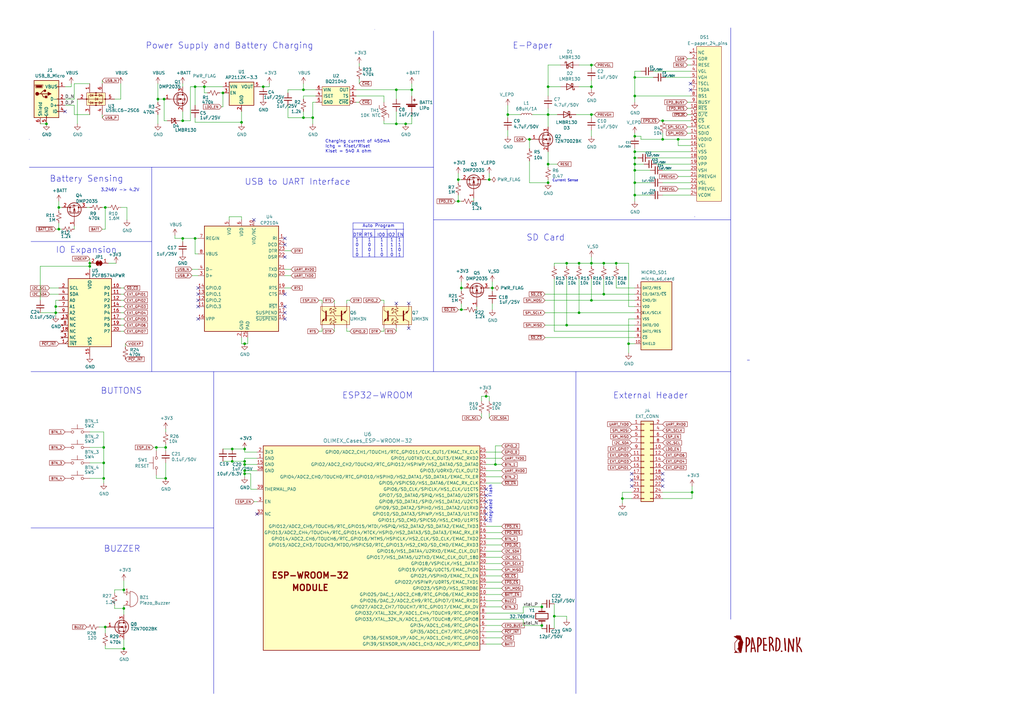
<source format=kicad_sch>
(kicad_sch (version 20200512) (host eeschema "5.99.0-unknown-711fc99~101~ubuntu18.04.1")
  (page 1 1)
  (paper "A3")
  (title_block (title "rev 2") (date "2019-09-15") (rev "1") (comment 3 "Rohit Gujarathi") (comment 4 "Designed by"))
  (junction (at 19.05 50.8))
  (junction (at 22.86 125.73))
  (junction (at 22.86 128.27))
  (junction (at 24.13 85.09))
  (junction (at 24.13 93.98))
  (junction (at 36.83 107.95))
  (junction (at 36.83 109.22))
  (junction (at 42.545 183.515))
  (junction (at 42.545 189.865))
  (junction (at 42.545 196.215))
  (junction (at 43.18 85.09))
  (junction (at 43.18 257.175))
  (junction (at 50.8 241.935))
  (junction (at 50.8 249.555))
  (junction (at 50.8 266.065))
  (junction (at 64.135 183.515))
  (junction (at 64.77 40.64))
  (junction (at 67.31 40.64))
  (junction (at 67.945 183.515))
  (junction (at 67.945 196.215))
  (junction (at 74.93 49.53))
  (junction (at 74.93 97.79))
  (junction (at 80.01 35.56))
  (junction (at 80.01 97.79))
  (junction (at 83.82 35.56))
  (junction (at 91.44 38.1))
  (junction (at 95.25 184.15))
  (junction (at 95.25 189.23))
  (junction (at 99.06 50.165))
  (junction (at 100.33 140.97))
  (junction (at 100.33 184.15))
  (junction (at 100.33 189.23))
  (junction (at 100.33 190.5))
  (junction (at 100.33 193.04))
  (junction (at 100.33 194.31))
  (junction (at 107.95 35.56))
  (junction (at 124.46 36.83))
  (junction (at 124.46 48.26))
  (junction (at 128.27 48.26))
  (junction (at 162.56 36.83))
  (junction (at 162.56 50.8))
  (junction (at 166.37 50.8))
  (junction (at 168.91 36.83))
  (junction (at 187.96 73.66))
  (junction (at 187.96 82.55))
  (junction (at 189.23 118.11))
  (junction (at 189.23 127))
  (junction (at 199.39 162.56))
  (junction (at 200.66 73.66))
  (junction (at 201.93 118.11))
  (junction (at 203.2 190.5))
  (junction (at 208.28 46.99))
  (junction (at 217.17 57.15))
  (junction (at 222.25 248.92))
  (junction (at 222.25 256.54))
  (junction (at 224.79 35.56))
  (junction (at 224.79 46.99))
  (junction (at 224.79 67.31))
  (junction (at 224.79 74.93))
  (junction (at 227.33 252.73))
  (junction (at 232.41 107.95))
  (junction (at 232.41 133.35))
  (junction (at 237.49 107.95))
  (junction (at 237.49 128.27))
  (junction (at 242.57 26.67))
  (junction (at 242.57 35.56))
  (junction (at 242.57 46.99))
  (junction (at 242.57 107.95))
  (junction (at 242.57 123.19))
  (junction (at 247.65 107.95))
  (junction (at 247.65 120.65))
  (junction (at 252.73 107.95))
  (junction (at 255.27 204.47))
  (junction (at 257.81 140.97))
  (junction (at 260.35 31.75))
  (junction (at 260.35 39.37))
  (junction (at 260.35 55.88))
  (junction (at 260.35 62.23))
  (junction (at 260.35 64.77))
  (junction (at 260.35 67.31))
  (junction (at 260.35 69.85))
  (junction (at 260.35 74.93))
  (junction (at 260.35 80.01))
  (junction (at 271.78 49.53))
  (junction (at 271.78 57.15))
  (junction (at 278.13 57.15))
  (junction (at 283.845 201.93))
  (no_connect (at 199.39 203.2))
  (no_connect (at 116.84 128.27))
  (no_connect (at 259.08 199.39))
  (no_connect (at 271.78 199.39))
  (no_connect (at 199.39 210.82))
  (no_connect (at 116.84 130.81))
  (no_connect (at 162.56 124.46))
  (no_connect (at 81.28 130.81))
  (no_connect (at 81.28 125.73))
  (no_connect (at 167.64 134.62))
  (no_connect (at 283.21 36.83))
  (no_connect (at 116.84 100.33))
  (no_connect (at 104.14 90.17))
  (no_connect (at 199.39 208.28))
  (no_connect (at 283.21 34.29))
  (no_connect (at 116.84 120.65))
  (no_connect (at 116.84 105.41))
  (no_connect (at 116.84 125.73))
  (no_connect (at 199.39 200.66))
  (no_connect (at 199.39 205.74))
  (no_connect (at 116.84 97.79))
  (no_connect (at 81.28 120.65))
  (no_connect (at 81.28 118.11))
  (no_connect (at 105.41 210.82))
  (no_connect (at 81.28 123.19))
  (no_connect (at 26.67 45.72))
  (no_connect (at 167.64 124.46))
  (no_connect (at 199.39 213.36))
  (no_connect (at 259.08 194.31))
  (no_connect (at 259.08 196.85))
  (no_connect (at 271.78 194.31))
  (no_connect (at 271.78 196.85))
  (wire (pts (xy 16.51 50.8) (xy 19.05 50.8)))
  (wire (pts (xy 16.51 109.22) (xy 36.83 109.22)))
  (wire (pts (xy 16.51 123.19) (xy 16.51 109.22)))
  (wire (pts (xy 16.51 128.27) (xy 22.86 128.27)))
  (wire (pts (xy 20.32 118.11) (xy 24.13 118.11)))
  (wire (pts (xy 20.32 120.65) (xy 24.13 120.65)))
  (wire (pts (xy 22.86 93.98) (xy 24.13 93.98)))
  (wire (pts (xy 22.86 123.19) (xy 22.86 125.73)))
  (wire (pts (xy 22.86 125.73) (xy 22.86 128.27)))
  (wire (pts (xy 22.86 125.73) (xy 24.13 125.73)))
  (wire (pts (xy 22.86 128.27) (xy 22.86 129.54)))
  (wire (pts (xy 22.86 128.27) (xy 24.13 128.27)))
  (wire (pts (xy 24.13 85.09) (xy 24.13 82.55)))
  (wire (pts (xy 24.13 86.36) (xy 24.13 85.09)))
  (wire (pts (xy 24.13 91.44) (xy 24.13 93.98)))
  (wire (pts (xy 24.13 93.98) (xy 25.4 93.98)))
  (wire (pts (xy 24.13 123.19) (xy 22.86 123.19)))
  (wire (pts (xy 25.4 85.09) (xy 24.13 85.09)))
  (wire (pts (xy 26.67 35.56) (xy 29.21 35.56)))
  (wire (pts (xy 26.67 40.64) (xy 30.48 40.64)))
  (wire (pts (xy 29.21 35.56) (xy 29.21 34.29)))
  (wire (pts (xy 30.48 34.29) (xy 36.83 34.29)))
  (wire (pts (xy 30.48 40.64) (xy 30.48 34.29)))
  (wire (pts (xy 30.48 43.18) (xy 26.67 43.18)))
  (wire (pts (xy 30.48 46.99) (xy 30.48 43.18)))
  (wire (pts (xy 30.48 93.98) (xy 30.48 92.71)))
  (wire (pts (xy 31.75 40.64) (xy 31.75 50.8)))
  (wire (pts (xy 35.56 85.09) (xy 36.83 85.09)))
  (wire (pts (xy 36.83 46.99) (xy 30.48 46.99)))
  (wire (pts (xy 36.83 106.045) (xy 36.83 107.95)))
  (wire (pts (xy 36.83 107.95) (xy 36.83 109.22)))
  (wire (pts (xy 36.83 110.49) (xy 36.83 109.22)))
  (wire (pts (xy 36.83 177.165) (xy 42.545 177.165)))
  (wire (pts (xy 36.83 183.515) (xy 42.545 183.515)))
  (wire (pts (xy 36.83 189.865) (xy 42.545 189.865)))
  (wire (pts (xy 36.83 196.215) (xy 42.545 196.215)))
  (wire (pts (xy 40.64 257.175) (xy 43.18 257.175)))
  (wire (pts (xy 41.91 34.29) (xy 41.91 33.02)))
  (wire (pts (xy 41.91 48.26) (xy 41.91 46.99)))
  (wire (pts (xy 41.91 85.09) (xy 43.18 85.09)))
  (wire (pts (xy 42.545 177.165) (xy 42.545 183.515)))
  (wire (pts (xy 42.545 183.515) (xy 42.545 189.865)))
  (wire (pts (xy 42.545 189.865) (xy 42.545 196.215)))
  (wire (pts (xy 42.545 196.215) (xy 42.545 198.12)))
  (wire (pts (xy 43.18 85.09) (xy 43.18 93.98)))
  (wire (pts (xy 43.18 85.09) (xy 44.45 85.09)))
  (wire (pts (xy 43.18 93.98) (xy 41.91 93.98)))
  (wire (pts (xy 43.18 257.175) (xy 43.18 259.715)))
  (wire (pts (xy 43.18 264.795) (xy 43.18 266.065)))
  (wire (pts (xy 43.18 266.065) (xy 50.8 266.065)))
  (wire (pts (xy 44.45 107.95) (xy 47.625 107.95)))
  (wire (pts (xy 46.99 40.64) (xy 49.53 40.64)))
  (wire (pts (xy 46.99 241.935) (xy 50.8 241.935)))
  (wire (pts (xy 46.99 243.205) (xy 46.99 241.935)))
  (wire (pts (xy 46.99 248.285) (xy 46.99 249.555)))
  (wire (pts (xy 46.99 249.555) (xy 50.8 249.555)))
  (wire (pts (xy 49.53 40.64) (xy 49.53 34.29)))
  (wire (pts (xy 49.53 85.09) (xy 52.07 85.09)))
  (wire (pts (xy 49.53 118.11) (xy 50.8 118.11)))
  (wire (pts (xy 49.53 123.19) (xy 50.8 123.19)))
  (wire (pts (xy 49.53 128.27) (xy 50.8 128.27)))
  (wire (pts (xy 49.53 133.35) (xy 50.8 133.35)))
  (wire (pts (xy 50.8 120.65) (xy 49.53 120.65)))
  (wire (pts (xy 50.8 125.73) (xy 49.53 125.73)))
  (wire (pts (xy 50.8 130.81) (xy 49.53 130.81)))
  (wire (pts (xy 50.8 135.89) (xy 49.53 135.89)))
  (wire (pts (xy 50.8 241.935) (xy 50.8 238.125)))
  (wire (pts (xy 50.8 243.205) (xy 50.8 241.935)))
  (wire (pts (xy 50.8 249.555) (xy 50.8 248.285)))
  (wire (pts (xy 50.8 252.095) (xy 50.8 249.555)))
  (wire (pts (xy 50.8 266.065) (xy 50.8 262.255)))
  (wire (pts (xy 51.435 140.97) (xy 51.435 142.24)))
  (wire (pts (xy 52.07 85.09) (xy 52.07 90.17)))
  (wire (pts (xy 62.865 183.515) (xy 64.135 183.515)))
  (wire (pts (xy 64.135 183.515) (xy 67.945 183.515)))
  (wire (pts (xy 64.135 184.785) (xy 64.135 183.515)))
  (wire (pts (xy 64.135 196.215) (xy 64.135 194.945)))
  (wire (pts (xy 64.77 34.29) (xy 64.77 40.64)))
  (wire (pts (xy 64.77 40.64) (xy 67.31 40.64)))
  (wire (pts (xy 64.77 41.91) (xy 64.77 40.64)))
  (wire (pts (xy 64.77 46.99) (xy 64.77 50.8)))
  (wire (pts (xy 67.31 49.53) (xy 67.31 40.64)))
  (wire (pts (xy 67.945 175.895) (xy 67.945 177.165)))
  (wire (pts (xy 67.945 182.245) (xy 67.945 183.515)))
  (wire (pts (xy 67.945 183.515) (xy 67.945 184.785)))
  (wire (pts (xy 67.945 189.865) (xy 67.945 196.215)))
  (wire (pts (xy 67.945 196.215) (xy 64.135 196.215)))
  (wire (pts (xy 68.58 49.53) (xy 67.31 49.53)))
  (wire (pts (xy 71.755 96.52) (xy 71.755 97.79)))
  (wire (pts (xy 71.755 97.79) (xy 74.93 97.79)))
  (wire (pts (xy 73.66 49.53) (xy 74.93 49.53)))
  (wire (pts (xy 74.93 35.56) (xy 74.93 34.29)))
  (wire (pts (xy 74.93 49.53) (xy 74.93 45.72)))
  (wire (pts (xy 74.93 49.53) (xy 78.105 49.53)))
  (wire (pts (xy 74.93 97.79) (xy 74.93 99.06)))
  (wire (pts (xy 74.93 97.79) (xy 80.01 97.79)))
  (wire (pts (xy 78.105 35.56) (xy 80.01 35.56)))
  (wire (pts (xy 78.105 49.53) (xy 78.105 35.56)))
  (wire (pts (xy 80.01 35.56) (xy 80.01 43.18)))
  (wire (pts (xy 80.01 35.56) (xy 83.82 35.56)))
  (wire (pts (xy 80.01 48.26) (xy 80.01 50.165)))
  (wire (pts (xy 80.01 50.165) (xy 99.06 50.165)))
  (wire (pts (xy 80.01 97.79) (xy 81.28 97.79)))
  (wire (pts (xy 80.01 104.14) (xy 80.01 97.79)))
  (wire (pts (xy 81.28 104.14) (xy 80.01 104.14)))
  (wire (pts (xy 81.28 110.49) (xy 78.74 110.49)))
  (wire (pts (xy 81.28 113.03) (xy 78.74 113.03)))
  (wire (pts (xy 83.82 35.56) (xy 83.82 38.1)))
  (wire (pts (xy 83.82 35.56) (xy 91.44 35.56)))
  (wire (pts (xy 83.82 38.1) (xy 85.09 38.1)))
  (wire (pts (xy 90.17 38.1) (xy 91.44 38.1)))
  (wire (pts (xy 91.44 38.1) (xy 91.44 43.815)))
  (wire (pts (xy 91.44 43.815) (xy 90.805 43.815)))
  (wire (pts (xy 91.44 189.23) (xy 95.25 189.23)))
  (wire (pts (xy 93.98 88.9) (xy 99.06 88.9)))
  (wire (pts (xy 93.98 90.17) (xy 93.98 88.9)))
  (wire (pts (xy 95.25 184.15) (xy 91.44 184.15)))
  (wire (pts (xy 95.25 184.15) (xy 100.33 184.15)))
  (wire (pts (xy 95.25 189.23) (xy 100.33 189.23)))
  (wire (pts (xy 99.06 45.72) (xy 99.06 50.165)))
  (wire (pts (xy 99.06 50.165) (xy 99.06 50.8)))
  (wire (pts (xy 99.06 88.9) (xy 99.06 90.17)))
  (wire (pts (xy 99.06 138.43) (xy 99.06 140.97)))
  (wire (pts (xy 99.06 140.97) (xy 100.33 140.97)))
  (wire (pts (xy 100.33 140.97) (xy 101.6 140.97)))
  (wire (pts (xy 100.33 185.42) (xy 100.33 184.15)))
  (wire (pts (xy 100.33 187.96) (xy 100.33 189.23)))
  (wire (pts (xy 100.33 189.23) (xy 100.33 190.5)))
  (wire (pts (xy 100.33 190.5) (xy 100.33 193.04)))
  (wire (pts (xy 100.33 193.04) (xy 100.33 194.31)))
  (wire (pts (xy 100.33 194.31) (xy 100.33 195.58)))
  (wire (pts (xy 101.6 140.97) (xy 101.6 138.43)))
  (wire (pts (xy 102.87 194.31) (xy 100.33 194.31)))
  (wire (pts (xy 102.87 200.66) (xy 102.87 194.31)))
  (wire (pts (xy 105.41 185.42) (xy 100.33 185.42)))
  (wire (pts (xy 105.41 187.96) (xy 100.33 187.96)))
  (wire (pts (xy 105.41 190.5) (xy 100.33 190.5)))
  (wire (pts (xy 105.41 193.04) (xy 100.33 193.04)))
  (wire (pts (xy 105.41 200.66) (xy 102.87 200.66)))
  (wire (pts (xy 105.41 205.74) (xy 104.14 205.74)))
  (wire (pts (xy 106.68 35.56) (xy 107.95 35.56)))
  (wire (pts (xy 107.95 35.56) (xy 110.49 35.56)))
  (wire (pts (xy 110.49 35.56) (xy 110.49 34.29)))
  (wire (pts (xy 116.84 102.87) (xy 119.38 102.87)))
  (wire (pts (xy 116.84 110.49) (xy 119.38 110.49)))
  (wire (pts (xy 116.84 113.03) (xy 119.38 113.03)))
  (wire (pts (xy 116.84 118.11) (xy 119.38 118.11)))
  (wire (pts (xy 118.11 38.1) (xy 118.11 36.83)))
  (wire (pts (xy 118.11 43.18) (xy 118.11 48.26)))
  (wire (pts (xy 118.11 48.26) (xy 124.46 48.26)))
  (wire (pts (xy 124.46 36.83) (xy 118.11 36.83)))
  (wire (pts (xy 124.46 36.83) (xy 124.46 34.29)))
  (wire (pts (xy 124.46 36.83) (xy 129.54 36.83)))
  (wire (pts (xy 124.46 39.37) (xy 129.54 39.37)))
  (wire (pts (xy 124.46 40.64) (xy 124.46 39.37)))
  (wire (pts (xy 124.46 45.72) (xy 124.46 48.26)))
  (wire (pts (xy 124.46 48.26) (xy 128.27 48.26)))
  (wire (pts (xy 128.27 41.91) (xy 128.27 48.26)))
  (wire (pts (xy 128.27 41.91) (xy 129.54 41.91)))
  (wire (pts (xy 128.27 50.8) (xy 128.27 48.26)))
  (wire (pts (xy 132.08 123.19) (xy 130.81 123.19)))
  (wire (pts (xy 132.08 124.46) (xy 132.08 123.19)))
  (wire (pts (xy 132.08 134.62) (xy 132.08 135.89)))
  (wire (pts (xy 132.08 135.89) (xy 130.81 135.89)))
  (wire (pts (xy 137.16 124.46) (xy 137.16 123.19)))
  (wire (pts (xy 137.16 135.89) (xy 137.16 134.62)))
  (wire (pts (xy 142.24 123.19) (xy 143.51 123.19)))
  (wire (pts (xy 142.24 124.46) (xy 142.24 123.19)))
  (wire (pts (xy 142.24 134.62) (xy 142.24 135.89)))
  (wire (pts (xy 142.24 135.89) (xy 143.51 135.89)))
  (wire (pts (xy 146.05 36.83) (xy 162.56 36.83)))
  (wire (pts (xy 146.05 39.37) (xy 157.48 39.37)))
  (wire (pts (xy 146.05 41.91) (xy 147.32 41.91)))
  (wire (pts (xy 147.32 26.035) (xy 147.32 27.305)))
  (wire (pts (xy 147.32 32.385) (xy 147.32 34.29)))
  (wire (pts (xy 157.48 39.37) (xy 157.48 41.91)))
  (wire (pts (xy 157.48 49.53) (xy 157.48 50.8)))
  (wire (pts (xy 157.48 50.8) (xy 162.56 50.8)))
  (wire (pts (xy 157.48 123.19) (xy 156.21 123.19)))
  (wire (pts (xy 157.48 124.46) (xy 157.48 123.19)))
  (wire (pts (xy 157.48 134.62) (xy 157.48 135.89)))
  (wire (pts (xy 157.48 135.89) (xy 156.21 135.89)))
  (wire (pts (xy 162.56 36.83) (xy 168.91 36.83)))
  (wire (pts (xy 162.56 40.64) (xy 162.56 36.83)))
  (wire (pts (xy 162.56 45.72) (xy 162.56 50.8)))
  (wire (pts (xy 162.56 50.8) (xy 166.37 50.8)))
  (wire (pts (xy 162.56 135.89) (xy 162.56 134.62)))
  (wire (pts (xy 166.37 50.8) (xy 168.91 50.8)))
  (wire (pts (xy 168.91 34.29) (xy 168.91 36.83)))
  (wire (pts (xy 168.91 39.37) (xy 168.91 36.83)))
  (wire (pts (xy 168.91 50.8) (xy 168.91 46.99)))
  (wire (pts (xy 186.69 82.55) (xy 187.96 82.55)))
  (wire (pts (xy 187.96 73.66) (xy 187.96 71.12)))
  (wire (pts (xy 187.96 74.93) (xy 187.96 73.66)))
  (wire (pts (xy 187.96 80.01) (xy 187.96 82.55)))
  (wire (pts (xy 187.96 82.55) (xy 189.23 82.55)))
  (wire (pts (xy 187.96 127) (xy 189.23 127)))
  (wire (pts (xy 189.23 73.66) (xy 187.96 73.66)))
  (wire (pts (xy 189.23 118.11) (xy 189.23 115.57)))
  (wire (pts (xy 189.23 119.38) (xy 189.23 118.11)))
  (wire (pts (xy 189.23 124.46) (xy 189.23 127)))
  (wire (pts (xy 189.23 127) (xy 190.5 127)))
  (wire (pts (xy 190.5 118.11) (xy 189.23 118.11)))
  (wire (pts (xy 194.31 82.55) (xy 194.31 81.28)))
  (wire (pts (xy 195.58 127) (xy 195.58 125.73)))
  (wire (pts (xy 197.485 162.56) (xy 199.39 162.56)))
  (wire (pts (xy 197.485 164.465) (xy 197.485 162.56)))
  (wire (pts (xy 197.485 169.545) (xy 197.485 171.45)))
  (wire (pts (xy 199.39 73.66) (xy 200.66 73.66)))
  (wire (pts (xy 199.39 185.42) (xy 205.74 185.42)))
  (wire (pts (xy 199.39 187.96) (xy 205.74 187.96)))
  (wire (pts (xy 199.39 190.5) (xy 203.2 190.5)))
  (wire (pts (xy 199.39 193.04) (xy 205.74 193.04)))
  (wire (pts (xy 199.39 195.58) (xy 205.74 195.58)))
  (wire (pts (xy 199.39 215.9) (xy 205.74 215.9)))
  (wire (pts (xy 199.39 218.44) (xy 205.74 218.44)))
  (wire (pts (xy 199.39 223.52) (xy 205.74 223.52)))
  (wire (pts (xy 199.39 228.6) (xy 205.74 228.6)))
  (wire (pts (xy 199.39 233.68) (xy 205.74 233.68)))
  (wire (pts (xy 199.39 236.22) (xy 205.74 236.22)))
  (wire (pts (xy 199.39 238.76) (xy 205.74 238.76)))
  (wire (pts (xy 199.39 243.84) (xy 205.74 243.84)))
  (wire (pts (xy 199.39 248.92) (xy 205.74 248.92)))
  (wire (pts (xy 199.39 251.46) (xy 214.63 251.46)))
  (wire (pts (xy 199.39 254) (xy 214.63 254)))
  (wire (pts (xy 199.39 256.54) (xy 205.74 256.54)))
  (wire (pts (xy 199.39 261.62) (xy 205.74 261.62)))
  (wire (pts (xy 200.66 71.12) (xy 200.66 73.66)))
  (wire (pts (xy 200.66 118.11) (xy 201.93 118.11)))
  (wire (pts (xy 200.66 162.56) (xy 199.39 162.56)))
  (wire (pts (xy 200.66 164.465) (xy 200.66 162.56)))
  (wire (pts (xy 200.66 169.545) (xy 200.66 171.45)))
  (wire (pts (xy 201.93 115.57) (xy 201.93 118.11)))
  (wire (pts (xy 201.93 119.38) (xy 201.93 118.11)))
  (wire (pts (xy 201.93 124.46) (xy 201.93 127)))
  (wire (pts (xy 203.2 182.88) (xy 205.74 182.88)))
  (wire (pts (xy 203.2 190.5) (xy 203.2 182.88)))
  (wire (pts (xy 203.2 190.5) (xy 205.74 190.5)))
  (wire (pts (xy 205.74 198.12) (xy 199.39 198.12)))
  (wire (pts (xy 205.74 220.98) (xy 199.39 220.98)))
  (wire (pts (xy 205.74 226.06) (xy 199.39 226.06)))
  (wire (pts (xy 205.74 231.14) (xy 199.39 231.14)))
  (wire (pts (xy 205.74 241.3) (xy 199.39 241.3)))
  (wire (pts (xy 205.74 246.38) (xy 199.39 246.38)))
  (wire (pts (xy 205.74 259.08) (xy 199.39 259.08)))
  (wire (pts (xy 205.74 264.16) (xy 199.39 264.16)))
  (wire (pts (xy 208.28 46.99) (xy 208.28 43.18)))
  (wire (pts (xy 208.28 46.99) (xy 213.36 46.99)))
  (wire (pts (xy 208.28 48.26) (xy 208.28 46.99)))
  (wire (pts (xy 208.28 53.34) (xy 208.28 55.88)))
  (wire (pts (xy 214.63 251.46) (xy 214.63 248.92)))
  (wire (pts (xy 214.63 254) (xy 214.63 256.54)))
  (wire (pts (xy 214.63 256.54) (xy 222.25 256.54)))
  (wire (pts (xy 215.9 57.15) (xy 217.17 57.15)))
  (wire (pts (xy 217.17 60.96) (xy 217.17 57.15)))
  (wire (pts (xy 217.17 66.04) (xy 217.17 74.93)))
  (wire (pts (xy 217.17 74.93) (xy 224.79 74.93)))
  (wire (pts (xy 218.44 46.99) (xy 224.79 46.99)))
  (wire (pts (xy 222.25 248.92) (xy 214.63 248.92)))
  (wire (pts (xy 222.25 248.92) (xy 222.25 247.65)))
  (wire (pts (xy 222.25 257.81) (xy 222.25 256.54)))
  (wire (pts (xy 223.52 120.65) (xy 247.65 120.65)))
  (wire (pts (xy 223.52 123.19) (xy 242.57 123.19)))
  (wire (pts (xy 223.52 128.27) (xy 237.49 128.27)))
  (wire (pts (xy 223.52 133.35) (xy 232.41 133.35)))
  (wire (pts (xy 224.79 26.67) (xy 229.87 26.67)))
  (wire (pts (xy 224.79 35.56) (xy 224.79 26.67)))
  (wire (pts (xy 224.79 35.56) (xy 229.87 35.56)))
  (wire (pts (xy 224.79 39.37) (xy 224.79 35.56)))
  (wire (pts (xy 224.79 46.99) (xy 224.79 44.45)))
  (wire (pts (xy 224.79 46.99) (xy 228.6 46.99)))
  (wire (pts (xy 224.79 52.07) (xy 224.79 46.99)))
  (wire (pts (xy 224.79 62.23) (xy 224.79 67.31)))
  (wire (pts (xy 224.79 67.31) (xy 224.79 68.58)))
  (wire (pts (xy 224.79 73.66) (xy 224.79 74.93)))
  (wire (pts (xy 227.33 107.95) (xy 227.33 109.22)))
  (wire (pts (xy 227.33 107.95) (xy 232.41 107.95)))
  (wire (pts (xy 227.33 114.3) (xy 227.33 135.89)))
  (wire (pts (xy 227.33 135.89) (xy 260.35 135.89)))
  (wire (pts (xy 227.33 247.65) (xy 227.33 252.73)))
  (wire (pts (xy 227.33 252.73) (xy 227.33 257.81)))
  (wire (pts (xy 228.6 67.31) (xy 224.79 67.31)))
  (wire (pts (xy 232.41 107.95) (xy 237.49 107.95)))
  (wire (pts (xy 232.41 109.22) (xy 232.41 107.95)))
  (wire (pts (xy 232.41 114.3) (xy 232.41 133.35)))
  (wire (pts (xy 232.41 133.35) (xy 260.35 133.35)))
  (wire (pts (xy 232.41 252.73) (xy 227.33 252.73)))
  (wire (pts (xy 232.41 254) (xy 232.41 252.73)))
  (wire (pts (xy 236.22 46.99) (xy 242.57 46.99)))
  (wire (pts (xy 237.49 26.67) (xy 242.57 26.67)))
  (wire (pts (xy 237.49 35.56) (xy 242.57 35.56)))
  (wire (pts (xy 237.49 107.95) (xy 242.57 107.95)))
  (wire (pts (xy 237.49 109.22) (xy 237.49 107.95)))
  (wire (pts (xy 237.49 114.3) (xy 237.49 128.27)))
  (wire (pts (xy 237.49 128.27) (xy 260.35 128.27)))
  (wire (pts (xy 242.57 26.67) (xy 243.84 26.67)))
  (wire (pts (xy 242.57 27.94) (xy 242.57 26.67)))
  (wire (pts (xy 242.57 33.02) (xy 242.57 35.56)))
  (wire (pts (xy 242.57 35.56) (xy 242.57 36.83)))
  (wire (pts (xy 242.57 46.99) (xy 243.84 46.99)))
  (wire (pts (xy 242.57 48.26) (xy 242.57 46.99)))
  (wire (pts (xy 242.57 53.34) (xy 242.57 55.88)))
  (wire (pts (xy 242.57 107.95) (xy 242.57 105.41)))
  (wire (pts (xy 242.57 107.95) (xy 247.65 107.95)))
  (wire (pts (xy 242.57 109.22) (xy 242.57 107.95)))
  (wire (pts (xy 242.57 114.3) (xy 242.57 123.19)))
  (wire (pts (xy 242.57 123.19) (xy 260.35 123.19)))
  (wire (pts (xy 247.65 107.95) (xy 252.73 107.95)))
  (wire (pts (xy 247.65 109.22) (xy 247.65 107.95)))
  (wire (pts (xy 247.65 114.3) (xy 247.65 120.65)))
  (wire (pts (xy 247.65 120.65) (xy 260.35 120.65)))
  (wire (pts (xy 252.73 107.95) (xy 257.81 107.95)))
  (wire (pts (xy 252.73 109.22) (xy 252.73 107.95)))
  (wire (pts (xy 252.73 114.3) (xy 252.73 118.11)))
  (wire (pts (xy 255.27 201.93) (xy 255.27 204.47)))
  (wire (pts (xy 255.27 201.93) (xy 259.08 201.93)))
  (wire (pts (xy 255.27 204.47) (xy 255.27 206.375)))
  (wire (pts (xy 255.27 204.47) (xy 259.08 204.47)))
  (wire (pts (xy 257.81 125.73) (xy 257.81 107.95)))
  (wire (pts (xy 257.81 130.81) (xy 257.81 140.97)))
  (wire (pts (xy 257.81 140.97) (xy 257.81 144.78)))
  (wire (pts (xy 260.35 29.21) (xy 262.89 29.21)))
  (wire (pts (xy 260.35 31.75) (xy 260.35 29.21)))
  (wire (pts (xy 260.35 31.75) (xy 260.35 39.37)))
  (wire (pts (xy 260.35 39.37) (xy 260.35 41.91)))
  (wire (pts (xy 260.35 39.37) (xy 283.21 39.37)))
  (wire (pts (xy 260.35 54.61) (xy 260.35 55.88)))
  (wire (pts (xy 260.35 60.96) (xy 260.35 62.23)))
  (wire (pts (xy 260.35 62.23) (xy 260.35 64.77)))
  (wire (pts (xy 260.35 62.23) (xy 283.21 62.23)))
  (wire (pts (xy 260.35 64.77) (xy 260.35 67.31)))
  (wire (pts (xy 260.35 67.31) (xy 260.35 69.85)))
  (wire (pts (xy 260.35 69.85) (xy 260.35 74.93)))
  (wire (pts (xy 260.35 74.93) (xy 260.35 80.01)))
  (wire (pts (xy 260.35 80.01) (xy 260.35 82.55)))
  (wire (pts (xy 260.35 118.11) (xy 252.73 118.11)))
  (wire (pts (xy 260.35 125.73) (xy 257.81 125.73)))
  (wire (pts (xy 260.35 130.81) (xy 257.81 130.81)))
  (wire (pts (xy 260.35 138.43) (xy 223.52 138.43)))
  (wire (pts (xy 260.35 140.97) (xy 257.81 140.97)))
  (wire (pts (xy 261.62 64.77) (xy 260.35 64.77)))
  (wire (pts (xy 262.89 55.88) (xy 260.35 55.88)))
  (wire (pts (xy 262.89 57.15) (xy 262.89 55.88)))
  (wire (pts (xy 264.16 67.31) (xy 260.35 67.31)))
  (wire (pts (xy 266.7 64.77) (xy 283.21 64.77)))
  (wire (pts (xy 266.7 69.85) (xy 260.35 69.85)))
  (wire (pts (xy 266.7 74.93) (xy 260.35 74.93)))
  (wire (pts (xy 266.7 80.01) (xy 260.35 80.01)))
  (wire (pts (xy 267.97 29.21) (xy 283.21 29.21)))
  (wire (pts (xy 267.97 31.75) (xy 260.35 31.75)))
  (wire (pts (xy 269.24 67.31) (xy 283.21 67.31)))
  (wire (pts (xy 270.51 49.53) (xy 271.78 49.53)))
  (wire (pts (xy 271.78 49.53) (xy 283.21 49.53)))
  (wire (pts (xy 271.78 54.61) (xy 271.78 57.15)))
  (wire (pts (xy 271.78 57.15) (xy 262.89 57.15)))
  (wire (pts (xy 271.78 69.85) (xy 283.21 69.85)))
  (wire (pts (xy 271.78 74.93) (xy 283.21 74.93)))
  (wire (pts (xy 271.78 80.01) (xy 283.21 80.01)))
  (wire (pts (xy 271.78 201.93) (xy 283.845 201.93)))
  (wire (pts (xy 271.78 204.47) (xy 283.845 204.47)))
  (wire (pts (xy 273.05 31.75) (xy 283.21 31.75)))
  (wire (pts (xy 278.13 57.15) (xy 271.78 57.15)))
  (wire (pts (xy 278.13 57.15) (xy 283.21 57.15)))
  (wire (pts (xy 278.13 59.69) (xy 278.13 57.15)))
  (wire (pts (xy 278.13 59.69) (xy 283.21 59.69)))
  (wire (pts (xy 278.13 72.39) (xy 283.21 72.39)))
  (wire (pts (xy 278.13 77.47) (xy 283.21 77.47)))
  (wire (pts (xy 281.94 24.13) (xy 283.21 24.13)))
  (wire (pts (xy 281.94 52.07) (xy 283.21 52.07)))
  (wire (pts (xy 283.21 26.67) (xy 281.94 26.67)))
  (wire (pts (xy 283.21 41.91) (xy 281.94 41.91)))
  (wire (pts (xy 283.21 44.45) (xy 281.94 44.45)))
  (wire (pts (xy 283.21 46.99) (xy 281.94 46.99)))
  (wire (pts (xy 283.21 54.61) (xy 281.94 54.61)))
  (wire (pts (xy 283.845 201.93) (xy 283.845 199.39)))
  (wire (pts (xy 283.845 204.47) (xy 283.845 201.93)))
  (polyline (pts (xy 12.0142 57.15) (xy 12.0142 57.2008)))
  (polyline (pts (xy 12.0142 68.58) (xy 177.8 68.58)))
  (polyline (pts (xy 12.7 152.4) (xy 299.72 152.4)))
  (polyline (pts (xy 62.23 68.58) (xy 62.23 152.4)))
  (polyline (pts (xy 62.23 99.06) (xy 12.7 99.06)))
  (polyline (pts (xy 87.63 216.535) (xy 12.7 216.535)))
  (polyline (pts (xy 87.63 284.48) (xy 87.63 152.4)))
  (polyline (pts (xy 144.78 91.44) (xy 144.78 105.41)))
  (polyline (pts (xy 144.78 91.44) (xy 165.4556 91.44)))
  (polyline (pts (xy 144.78 93.98) (xy 165.5318 93.98)))
  (polyline (pts (xy 144.78 105.41) (xy 165.4556 105.41)))
  (polyline (pts (xy 144.8308 97.2312) (xy 165.5318 97.2312)))
  (polyline (pts (xy 148.59 93.98) (xy 148.59 105.41)))
  (polyline (pts (xy 153.67 93.98) (xy 153.67 105.41)))
  (polyline (pts (xy 153.6954 12.0904) (xy 153.67 12.0904)))
  (polyline (pts (xy 158.75 93.98) (xy 158.75 105.41)))
  (polyline (pts (xy 162.306 94.0054) (xy 162.5854 94.0054)))
  (polyline (pts (xy 162.5854 94.0054) (xy 162.5854 105.41)))
  (polyline (pts (xy 165.4556 91.44) (xy 165.4556 105.41)))
  (polyline (pts (xy 165.5318 93.98) (xy 165.5318 94.0562)))
  (polyline (pts (xy 177.8 12.7) (xy 177.8 152.4)))
  (polyline (pts (xy 177.8 90.17) (xy 299.72 90.17)))
  (polyline (pts (xy 236.22 152.4) (xy 236.22 284.48)))
  (polyline (pts (xy 284.9372 88.8492) (xy 284.9118 88.8492)))
  (polyline (pts (xy 284.9372 88.9) (xy 284.9372 88.8492)))
  (polyline (pts (xy 299.72 254) (xy 299.72 11.43)))
  (text "Battery Sensing" (at 20.32 74.93 0) (effects (font (size 2.54 2.54)) (justify left bottom)))
  (text "IO Expansion" (at 22.86 104.14 0) (effects (font (size 2.54 2.54)) (justify left bottom)))
  (text "3.246V -> 4.2V" (at 41.275 78.74 0) (effects (font (size 1.27 1.27)) (justify left bottom)))
  (text "BUTTONS\n" (at 41.275 161.925 0) (effects (font (size 2.54 2.54)) (justify left bottom)))
  (text "BUZZER" (at 42.545 226.695 0) (effects (font (size 2.54 2.54)) (justify left bottom)))
  (text "Power Supply and Battery Charging" (at 59.69 20.32 0) (effects (font (size 2.54 2.54)) (justify left bottom)))
  (text "USB to UART Interface" (at 100.33 76.2 0) (effects (font (size 2.54 2.54)) (justify left bottom)))
  (text "Charging current of 450mA\nIchg = Kiset/Riset\nKiset = 540 A ohm" (at 133.35 62.865 0) (effects (font (size 1.27 1.27)) (justify left bottom)))
  (text "ESP32-WROOM" (at 140.335 163.83 0) (effects (font (size 2.54 2.54)) (justify left bottom)))
  (text "DTR RTS  IO0 IO2 EN\n 1    1    1   1  1\n 0    0    1   1  1\n 1    0    1   1  0\n 0    1    0   0  1" (at 144.78 105.41 0) (effects (font (size 1.27 1.27)) (justify left bottom)))
  (text "Auto Program" (at 148.6408 93.472 0) (effects (font (size 1.27 1.27)) (justify left bottom)))
  (text "Integrated Flash" (at 201.93 214.63 90) (effects (font (size 1.27 1.27)) (justify left bottom)))
  (text "E-Paper" (at 210.185 20.32 0) (effects (font (size 2.54 2.54)) (justify left bottom)))
  (text "SD Card" (at 215.9 99.06 0) (effects (font (size 2.54 2.54)) (justify left bottom)))
  (text "Current Sense" (at 226.5172 74.676 0) (effects (font (size 0.9906 0.9906)) (justify left bottom)))
  (text "External Header" (at 251.46 163.83 0) (effects (font (size 2.54 2.54)) (justify left bottom)))
  (text "-" (at 306.07 148.59 0) (effects (font (size 1.27 1.27)) (justify left bottom)))
  (label "D_N" (at 26.67 40.64 0))
  (label "D_P" (at 26.67 43.18 0))
  (label "xtal_P" (at 214.63 248.92 0))
  (label "xtal_N" (at 214.63 256.54 0))
  (global_label "I2C_SCL" (shape input) (at 20.32 118.11 180) (effects (font (size 0.9906 0.9906))))
  (global_label "I2C_SDA" (shape input) (at 20.32 120.65 180) (effects (font (size 0.9906 0.9906))))
  (global_label "~BATT_EN" (shape input) (at 22.86 93.98 180) (effects (font (size 0.9906 0.9906))))
  (global_label "~PCF_INT" (shape input) (at 24.13 140.97 180) (effects (font (size 0.9906 0.9906))))
  (global_label "BTN_1" (shape input) (at 26.67 177.165 180) (effects (font (size 0.991 0.991))))
  (global_label "BTN_2" (shape input) (at 26.67 183.515 180) (effects (font (size 0.991 0.991))))
  (global_label "BTN_3" (shape input) (at 26.67 189.865 180) (effects (font (size 0.991 0.991))))
  (global_label "BTN_4" (shape input) (at 26.67 196.215 180) (effects (font (size 0.991 0.991))))
  (global_label "BUZZ" (shape input) (at 35.56 257.175 180) (effects (font (size 0.9906 0.9906))))
  (global_label "VIOEXP" (shape input) (at 36.83 106.045 180) (effects (font (size 0.991 0.991))))
  (global_label "USB_N" (shape input) (at 41.91 33.02 0) (effects (font (size 0.9906 0.9906))))
  (global_label "USB_P" (shape input) (at 41.91 48.26 0) (effects (font (size 0.9906 0.9906))))
  (global_label "BATT" (shape input) (at 41.91 93.98 180) (effects (font (size 0.9906 0.9906))))
  (global_label "~SD_CD" (shape input) (at 50.8 118.11 0) (effects (font (size 0.9906 0.9906))))
  (global_label "EXT_GPIO1" (shape input) (at 50.8 120.65 0) (effects (font (size 0.9906 0.9906))))
  (global_label "EXT_GPIO2" (shape input) (at 50.8 123.19 0) (effects (font (size 0.9906 0.9906))))
  (global_label "EXT_GPIO3" (shape input) (at 50.8 125.73 0) (effects (font (size 0.991 0.991))))
  (global_label "EXT_GPIO4" (shape input) (at 50.8 128.27 0) (effects (font (size 0.991 0.991))))
  (global_label "EXT_GPIO5" (shape input) (at 50.8 130.81 0) (effects (font (size 0.991 0.991))))
  (global_label "EXT_GPIO6" (shape input) (at 50.8 133.35 0) (effects (font (size 0.991 0.991))))
  (global_label "EXT_GPIO7" (shape input) (at 50.8 135.89 0) (effects (font (size 0.991 0.991))))
  (global_label "VIOEXP" (shape input) (at 51.435 140.97 0) (effects (font (size 0.991 0.991))))
  (global_label "~PCF_INT" (shape input) (at 51.435 147.32 0) (effects (font (size 0.9906 0.9906))))
  (global_label "ESP_EN" (shape input) (at 62.865 183.515 180) (effects (font (size 0.9906 0.9906))))
  (global_label "USB_N" (shape input) (at 78.74 110.49 180) (effects (font (size 0.9906 0.9906))))
  (global_label "USB_P" (shape input) (at 78.74 113.03 180) (effects (font (size 0.9906 0.9906))))
  (global_label "LDO_EN" (shape input) (at 90.805 43.815 180) (effects (font (size 0.991 0.991))))
  (global_label "ESP_EN" (shape input) (at 104.14 205.74 180) (effects (font (size 0.9906 0.9906))))
  (global_label "DTR" (shape input) (at 119.38 102.87 0) (effects (font (size 0.9906 0.9906))))
  (global_label "UART_RXD0" (shape input) (at 119.38 110.49 0) (effects (font (size 0.9906 0.9906))))
  (global_label "UART_TXD0" (shape input) (at 119.38 113.03 0) (effects (font (size 0.9906 0.9906))))
  (global_label "RTS" (shape input) (at 119.38 118.11 0) (effects (font (size 0.9906 0.9906))))
  (global_label "ESP_EN" (shape input) (at 130.81 123.19 180) (effects (font (size 0.9906 0.9906))))
  (global_label "RTS" (shape input) (at 130.81 135.89 180) (effects (font (size 0.9906 0.9906))))
  (global_label "RTS" (shape input) (at 137.16 123.19 180) (effects (font (size 0.9906 0.9906))))
  (global_label "DTR" (shape input) (at 137.16 135.89 180) (effects (font (size 0.9906 0.9906))))
  (global_label "DTR" (shape input) (at 143.51 123.19 0) (effects (font (size 0.9906 0.9906))))
  (global_label "GPIO_0" (shape input) (at 143.51 135.89 0) (effects (font (size 0.9906 0.9906))))
  (global_label "~CHG" (shape input) (at 147.32 34.29 0) (effects (font (size 0.9906 0.9906))))
  (global_label "~CHG" (shape input) (at 147.32 41.91 0) (effects (font (size 0.9906 0.9906))))
  (global_label "GPIO_2" (shape input) (at 156.21 123.19 180) (effects (font (size 0.9906 0.9906))))
  (global_label "DTR" (shape input) (at 156.21 135.89 180) (effects (font (size 0.9906 0.9906))))
  (global_label "RTS" (shape input) (at 162.56 135.89 180) (effects (font (size 0.9906 0.9906))))
  (global_label "~EPD_EN" (shape input) (at 186.69 82.55 180) (effects (font (size 0.9906 0.9906))))
  (global_label "~SD_EN" (shape input) (at 187.96 127 180) (effects (font (size 0.9906 0.9906))))
  (global_label "I2C_SCL" (shape input) (at 197.485 171.45 180) (effects (font (size 0.9906 0.9906))))
  (global_label "I2C_SDA" (shape input) (at 200.66 171.45 0) (effects (font (size 0.9906 0.9906))))
  (global_label "GPIO_2" (shape input) (at 205.74 182.88 0) (effects (font (size 0.9906 0.9906))))
  (global_label "GPIO_0" (shape input) (at 205.74 185.42 0) (effects (font (size 0.9906 0.9906))))
  (global_label "UART_TXD0" (shape input) (at 205.74 187.96 0) (effects (font (size 0.9906 0.9906))))
  (global_label "BTN_1" (shape input) (at 205.74 190.5 0) (effects (font (size 0.991 0.991))))
  (global_label "UART_RXD0" (shape input) (at 205.74 193.04 0) (effects (font (size 0.9906 0.9906))))
  (global_label "BTN_2" (shape input) (at 205.74 195.58 0) (effects (font (size 0.991 0.991))))
  (global_label "~SD_EN" (shape input) (at 205.74 198.12 0) (effects (font (size 0.9906 0.9906))))
  (global_label "~EPD_EN" (shape input) (at 205.74 215.9 0) (effects (font (size 0.9906 0.9906))))
  (global_label "~EPD_RES" (shape input) (at 205.74 218.44 0) (effects (font (size 0.9906 0.9906))))
  (global_label "BTN_4" (shape input) (at 205.74 220.98 0) (effects (font (size 0.991 0.991))))
  (global_label "~EPD_DC" (shape input) (at 205.74 223.52 0) (effects (font (size 0.9906 0.9906))))
  (global_label "I2C_SDA" (shape input) (at 205.74 226.06 0) (effects (font (size 0.9906 0.9906))))
  (global_label "I2C_SCL" (shape input) (at 205.74 228.6 0) (effects (font (size 0.9906 0.9906))))
  (global_label "SPI_SCLK" (shape input) (at 205.74 231.14 0) (effects (font (size 0.9906 0.9906))))
  (global_label "SPI_MISO" (shape input) (at 205.74 233.68 0) (effects (font (size 0.9906 0.9906))))
  (global_label "~SD_CS" (shape input) (at 205.74 236.22 0) (effects (font (size 0.9906 0.9906))))
  (global_label "~EPD_CS" (shape input) (at 205.74 238.76 0) (effects (font (size 0.9906 0.9906))))
  (global_label "SPI_MOSI" (shape input) (at 205.74 241.3 0) (effects (font (size 0.9906 0.9906))))
  (global_label "~BATT_EN" (shape input) (at 205.74 243.84 0) (effects (font (size 0.9906 0.9906))))
  (global_label "BUZZ" (shape input) (at 205.74 246.38 0) (effects (font (size 0.9906 0.9906))))
  (global_label "BTN_3" (shape input) (at 205.74 248.92 0) (effects (font (size 0.991 0.991))))
  (global_label "EPD_BUSY" (shape input) (at 205.74 256.54 0) (effects (font (size 0.9906 0.9906))))
  (global_label "~PCF_INT" (shape input) (at 205.74 259.08 0) (effects (font (size 0.9906 0.9906))))
  (global_label "~CHG" (shape input) (at 205.74 261.62 0) (effects (font (size 0.9906 0.9906))))
  (global_label "BATT" (shape input) (at 205.74 264.16 0) (effects (font (size 0.9906 0.9906))))
  (global_label "GDR" (shape input) (at 215.9 57.15 180) (effects (font (size 0.9906 0.9906))))
  (global_label "~SD_CS" (shape input) (at 223.52 120.65 180) (effects (font (size 0.9906 0.9906))))
  (global_label "SPI_MOSI" (shape input) (at 223.52 123.19 180) (effects (font (size 0.9906 0.9906))))
  (global_label "SPI_SCLK" (shape input) (at 223.52 128.27 180) (effects (font (size 0.9906 0.9906))))
  (global_label "SPI_MISO" (shape input) (at 223.52 133.35 180) (effects (font (size 0.9906 0.9906))))
  (global_label "~SD_CD" (shape input) (at 223.52 138.43 180) (effects (font (size 0.9906 0.9906))))
  (global_label "RESE" (shape input) (at 228.6 67.31 0) (effects (font (size 0.9906 0.9906))))
  (global_label "PREVGL" (shape input) (at 243.84 26.67 0) (effects (font (size 0.9906 0.9906))))
  (global_label "PREVGH" (shape input) (at 243.84 46.99 0) (effects (font (size 0.9906 0.9906))))
  (global_label "UART_TXD0" (shape input) (at 259.08 173.99 180) (effects (font (size 0.9906 0.9906))))
  (global_label "SPI_MOSI" (shape input) (at 259.08 176.53 180) (effects (font (size 0.9906 0.9906))))
  (global_label "SPI_MISO" (shape input) (at 259.08 179.07 180) (effects (font (size 0.9906 0.9906))))
  (global_label "I2C_SDA" (shape input) (at 259.08 181.61 180) (effects (font (size 0.9906 0.9906))))
  (global_label "EXT_GPIO7" (shape input) (at 259.08 184.15 180) (effects (font (size 0.991 0.991))))
  (global_label "EXT_GPIO5" (shape input) (at 259.08 186.69 180) (effects (font (size 0.991 0.991))))
  (global_label "EXT_GPIO3" (shape input) (at 259.08 189.23 180) (effects (font (size 0.991 0.991))))
  (global_label "EXT_GPIO1" (shape input) (at 259.08 191.77 180) (effects (font (size 0.9906 0.9906))))
  (global_label "~EPD_CS" (shape input) (at 270.51 49.53 180) (effects (font (size 0.9906 0.9906))))
  (global_label "UART_RXD0" (shape input) (at 271.78 173.99 0) (effects (font (size 0.9906 0.9906))))
  (global_label "SPI_SCLK" (shape input) (at 271.78 176.53 0) (effects (font (size 0.9906 0.9906))))
  (global_label "ESP_EN" (shape input) (at 271.78 179.07 0) (effects (font (size 0.9906 0.9906))))
  (global_label "I2C_SCL" (shape input) (at 271.78 181.61 0) (effects (font (size 0.9906 0.9906))))
  (global_label "LDO_EN" (shape input) (at 271.78 184.15 0) (effects (font (size 0.991 0.991))))
  (global_label "EXT_GPIO6" (shape input) (at 271.78 186.69 0) (effects (font (size 0.991 0.991))))
  (global_label "EXT_GPIO4" (shape input) (at 271.78 189.23 0) (effects (font (size 0.991 0.991))))
  (global_label "EXT_GPIO2" (shape input) (at 271.78 191.77 0) (effects (font (size 0.9906 0.9906))))
  (global_label "PREVGH" (shape input) (at 278.13 72.39 180) (effects (font (size 0.9906 0.9906))))
  (global_label "PREVGL" (shape input) (at 278.13 77.47 180) (effects (font (size 0.9906 0.9906))))
  (global_label "GDR" (shape input) (at 281.94 24.13 180) (effects (font (size 0.9906 0.9906))))
  (global_label "RESE" (shape input) (at 281.94 26.67 180) (effects (font (size 0.9906 0.9906))))
  (global_label "EPD_BUSY" (shape input) (at 281.94 41.91 180) (effects (font (size 0.9906 0.9906))))
  (global_label "~EPD_RES" (shape input) (at 281.94 44.45 180) (effects (font (size 0.9906 0.9906))))
  (global_label "~EPD_DC" (shape input) (at 281.94 46.99 180) (effects (font (size 0.7874 0.7874))))
  (global_label "SPI_SCLK" (shape input) (at 281.94 52.07 180) (effects (font (size 0.9906 0.9906))))
  (global_label "SPI_MOSI" (shape input) (at 281.94 54.61 180) (effects (font (size 0.9906 0.9906))))
  (symbol (lib_id "Device:L_Small") (at 215.9 46.99 90) (unit 1)
    (property "Reference" "L1" (at 215.9 42.291 90))
    (property "Value" "68uH/1A" (at 215.9 44.6024 90))
    (property "Footprint" "Inductor_SMD:L_1210_3225Metric" (effects hide))
    (property "Datasheet" "https://datasheet.lcsc.com/szlcsc/1812061618_Taiyo-Yuden-CBC3225T680MR_C223227.pdf" (effects hide))
  )
  (symbol (lib_id "power:PWR_FLAG") (at 83.82 35.56 0) (unit 1)
    (property "Reference" "#FLG01" (effects hide))
    (property "Value" "PWR_FLAG" (at 83.82 31.1658 0))
  )
  (symbol (lib_id "power:PWR_FLAG") (at 200.66 73.66 270) (unit 1)
    (property "Reference" "#FLG02" (effects hide))
    (property "Value" "PWR_FLAG" (at 203.9112 73.66 90) (effects (justify left)))
  )
  (symbol (lib_id "power:PWR_FLAG") (at 201.93 118.11 270) (unit 1)
    (property "Reference" "#FLG04" (effects hide))
    (property "Value" "PWR_FLAG" (at 205.1812 118.11 90) (effects (justify left)))
  )
  (symbol (lib_id "power:+BATT") (at 24.13 82.55 0) (unit 1)
    (property "Reference" "#PWR025" (effects hide))
    (property "Value" "+BATT" (at 24.511 78.1558 0))
  )
  (symbol (lib_id "power:VBUS") (at 29.21 34.29 0) (unit 1)
    (property "Reference" "#PWR01" (effects hide))
    (property "Value" "VBUS" (at 29.591 29.8958 0))
  )
  (symbol (lib_id "power:+3V3") (at 47.625 107.95 0) (unit 1)
    (property "Reference" "#PWR031" (effects hide))
    (property "Value" "+3V3" (at 47.1678 104.394 0))
  )
  (symbol (lib_id "power:VBUS") (at 49.53 34.29 0) (unit 1)
    (property "Reference" "#PWR02" (effects hide))
    (property "Value" "VBUS" (at 49.911 29.8958 0))
  )
  (symbol (lib_id "power:+3V3") (at 50.8 238.125 0) (unit 1)
    (property "Reference" "#PWR050" (effects hide))
    (property "Value" "+3V3" (at 51.181 233.7308 0))
  )
  (symbol (lib_id "power:VBUS") (at 64.77 34.29 0) (unit 1)
    (property "Reference" "#PWR03" (effects hide))
    (property "Value" "VBUS" (at 65.151 29.8958 0))
  )
  (symbol (lib_id "power:+3V3") (at 67.945 175.895 0) (unit 1)
    (property "Reference" "#PWR047" (effects hide))
    (property "Value" "+3V3" (at 68.326 171.5008 0))
  )
  (symbol (lib_id "power:VBUS") (at 71.755 96.52 0) (unit 1)
    (property "Reference" "#PWR029" (effects hide))
    (property "Value" "VBUS" (at 72.136 92.1258 0))
  )
  (symbol (lib_id "power:+BATT") (at 74.93 34.29 0) (unit 1)
    (property "Reference" "#PWR04" (effects hide))
    (property "Value" "+BATT" (at 75.311 29.8958 0))
  )
  (symbol (lib_id "power:+3V3") (at 100.33 184.15 0) (unit 1)
    (property "Reference" "#PWR042" (effects hide))
    (property "Value" "+3V3" (at 100.711 179.7558 0))
  )
  (symbol (lib_id "power:+3V3") (at 110.49 34.29 0) (unit 1)
    (property "Reference" "#PWR05" (effects hide))
    (property "Value" "+3V3" (at 110.871 29.8958 0))
  )
  (symbol (lib_id "power:VBUS") (at 124.46 34.29 0) (unit 1)
    (property "Reference" "#PWR06" (effects hide))
    (property "Value" "VBUS" (at 124.841 29.8958 0))
  )
  (symbol (lib_id "power:+3V3") (at 147.32 26.035 0) (unit 1)
    (property "Reference" "#PWR024" (effects hide))
    (property "Value" "+3V3" (at 147.701 21.6408 0))
  )
  (symbol (lib_id "power:+BATT") (at 168.91 34.29 0) (unit 1)
    (property "Reference" "#PWR07" (effects hide))
    (property "Value" "+BATT" (at 169.291 29.8958 0))
  )
  (symbol (lib_id "power:+3V3") (at 187.96 71.12 0) (unit 1)
    (property "Reference" "#PWR021" (effects hide))
    (property "Value" "+3V3" (at 188.341 66.7258 0))
  )
  (symbol (lib_id "power:+3V3") (at 189.23 115.57 0) (unit 1)
    (property "Reference" "#PWR032" (effects hide))
    (property "Value" "+3V3" (at 189.611 111.1758 0))
  )
  (symbol (lib_id "power:+3V3") (at 199.39 162.56 0) (unit 1)
    (property "Reference" "#PWR0101" (effects hide))
    (property "Value" "+3V3" (at 198.9328 159.004 0))
  )
  (symbol (lib_id "KaroDesk_V1-rescue:V_EPD-power") (at 200.66 71.12 0) (unit 1)
    (property "Reference" "#PWR022" (effects hide))
    (property "Value" "V_EPD" (at 200.279 66.7258 0))
  )
  (symbol (lib_id "KaroDesk_V1-rescue:V_SD-power") (at 201.93 115.57 0) (unit 1)
    (property "Reference" "#PWR033" (effects hide))
    (property "Value" "V_SD" (at 202.5142 111.2774 0))
  )
  (symbol (lib_id "KaroDesk_V1-rescue:V_EPD-power") (at 208.28 43.18 0) (unit 1)
    (property "Reference" "#PWR011" (effects hide))
    (property "Value" "V_EPD" (at 207.899 38.7858 0))
  )
  (symbol (lib_id "KaroDesk_V1-rescue:V_SD-power") (at 242.57 105.41 0) (unit 1)
    (property "Reference" "#PWR030" (effects hide))
    (property "Value" "V_SD" (at 243.1542 101.1174 0))
  )
  (symbol (lib_id "KaroDesk_V1-rescue:V_EPD-power") (at 260.35 54.61 0) (unit 1)
    (property "Reference" "#PWR018" (effects hide))
    (property "Value" "V_EPD" (at 259.969 50.2158 0))
  )
  (symbol (lib_id "power:+3V3") (at 283.845 199.39 0) (unit 1)
    (property "Reference" "#PWR043" (effects hide))
    (property "Value" "+3V3" (at 284.226 194.9958 0))
  )
  (symbol (lib_id "power:GND") (at 19.05 50.8 0) (unit 1)
    (property "Reference" "#PWR012" (effects hide))
    (property "Value" "GND" (at 19.177 55.1942 0))
  )
  (symbol (lib_id "power:GND") (at 22.86 129.54 0) (unit 1)
    (property "Reference" "#PWR035" (effects hide))
    (property "Value" "GND" (at 22.987 133.9342 0))
  )
  (symbol (lib_id "power:GND") (at 31.75 50.8 0) (unit 1)
    (property "Reference" "#PWR013" (effects hide))
    (property "Value" "GND" (at 31.877 55.1942 0))
  )
  (symbol (lib_id "power:GND") (at 36.83 146.05 0) (unit 1)
    (property "Reference" "#PWR038" (effects hide))
    (property "Value" "GND" (at 36.957 150.4442 0))
  )
  (symbol (lib_id "power:GND") (at 42.545 198.12 0) (unit 1)
    (property "Reference" "#PWR039" (effects hide))
    (property "Value" "GND" (at 42.672 202.5142 0))
  )
  (symbol (lib_id "power:GND") (at 50.8 266.065 0) (unit 1)
    (property "Reference" "#PWR052" (effects hide))
    (property "Value" "GND" (at 50.927 270.4592 0))
  )
  (symbol (lib_id "power:GND") (at 52.07 90.17 0) (unit 1)
    (property "Reference" "#PWR027" (effects hide))
    (property "Value" "GND" (at 52.197 94.5642 0))
  )
  (symbol (lib_id "power:GND") (at 64.77 50.8 0) (unit 1)
    (property "Reference" "#PWR014" (effects hide))
    (property "Value" "GND" (at 64.897 55.1942 0))
  )
  (symbol (lib_id "power:GND") (at 67.945 196.215 0) (unit 1)
    (property "Reference" "#PWR049" (effects hide))
    (property "Value" "GND" (at 68.072 200.6092 0))
  )
  (symbol (lib_id "power:GND") (at 74.93 104.14 0) (unit 1)
    (property "Reference" "#PWR028" (effects hide))
    (property "Value" "GND" (at 74.93 107.95 0))
  )
  (symbol (lib_id "power:GND") (at 99.06 50.8 0) (unit 1)
    (property "Reference" "#PWR015" (effects hide))
    (property "Value" "GND" (at 99.187 55.1942 0))
  )
  (symbol (lib_id "power:GND") (at 100.33 140.97 0) (unit 1)
    (property "Reference" "#PWR036" (effects hide))
    (property "Value" "GND" (at 100.457 145.3642 0))
  )
  (symbol (lib_id "power:GND") (at 100.33 195.58 0) (unit 1)
    (property "Reference" "#PWR046" (effects hide))
    (property "Value" "GND" (at 100.457 199.9742 0))
  )
  (symbol (lib_id "power:GND") (at 107.95 40.64 0) (unit 1)
    (property "Reference" "#PWR09" (effects hide))
    (property "Value" "GND" (at 108.077 45.0342 0))
  )
  (symbol (lib_id "power:GND") (at 128.27 50.8 0) (unit 1)
    (property "Reference" "#PWR016" (effects hide))
    (property "Value" "GND" (at 128.397 55.1942 0))
  )
  (symbol (lib_id "power:GND") (at 166.37 50.8 0) (unit 1)
    (property "Reference" "#PWR017" (effects hide))
    (property "Value" "GND" (at 166.497 55.1942 0))
  )
  (symbol (lib_id "power:GND") (at 201.93 127 0) (unit 1)
    (property "Reference" "#PWR034" (effects hide))
    (property "Value" "GND" (at 202.057 131.3942 0))
  )
  (symbol (lib_id "power:GND") (at 208.28 55.88 0) (unit 1)
    (property "Reference" "#PWR019" (effects hide))
    (property "Value" "GND" (at 208.407 60.2742 0))
  )
  (symbol (lib_id "power:GND") (at 224.79 74.93 0) (unit 1)
    (property "Reference" "#PWR023" (effects hide))
    (property "Value" "GND" (at 224.917 79.3242 0))
  )
  (symbol (lib_id "power:GND") (at 232.41 254 0) (unit 1)
    (property "Reference" "#PWR051" (effects hide))
    (property "Value" "GND" (at 232.537 258.3942 0))
  )
  (symbol (lib_id "power:GND") (at 242.57 36.83 0) (unit 1)
    (property "Reference" "#PWR08" (effects hide))
    (property "Value" "GND" (at 242.697 41.2242 0))
  )
  (symbol (lib_id "power:GND") (at 242.57 55.88 0) (unit 1)
    (property "Reference" "#PWR020" (effects hide))
    (property "Value" "GND" (at 242.697 60.2742 0))
  )
  (symbol (lib_id "power:GND") (at 255.27 206.375 0) (unit 1)
    (property "Reference" "#PWR048" (effects hide))
    (property "Value" "GND" (at 255.397 210.7692 0))
  )
  (symbol (lib_id "power:GND") (at 257.81 144.78 0) (unit 1)
    (property "Reference" "#PWR037" (effects hide))
    (property "Value" "GND" (at 257.937 149.1742 0))
  )
  (symbol (lib_id "power:GND") (at 260.35 41.91 0) (unit 1)
    (property "Reference" "#PWR010" (effects hide))
    (property "Value" "GND" (at 260.477 46.3042 0))
  )
  (symbol (lib_id "power:GND") (at 260.35 82.55 0) (unit 1)
    (property "Reference" "#PWR026" (effects hide))
    (property "Value" "GND" (at 260.477 86.9442 0))
  )
  (symbol (lib_id "Device:R_Small_US") (at 24.13 88.9 180) (unit 1)
    (property "Reference" "R11" (at 22.6314 88.3412 0) (effects (justify left)))
    (property "Value" "1M" (at 22.86 90.17 0) (effects (justify left)))
    (property "Footprint" "Resistor_SMD:R_0402_1005Metric" (effects hide))
  )
  (symbol (lib_id "Device:R_Small_US") (at 27.94 93.98 270) (unit 1)
    (property "Reference" "R12" (at 24.8666 95.4024 90) (effects (justify left)))
    (property "Value" "1.2k" (at 24.9428 96.9518 90) (effects (justify left)))
    (property "Footprint" "Resistor_SMD:R_0402_1005Metric" (effects hide))
  )
  (symbol (lib_id "Device:R_Small_US") (at 38.1 257.175 270) (unit 1)
    (property "Reference" "R28" (at 35.6108 259.715 90) (effects (justify left)))
    (property "Value" "120" (at 35.8394 261.62 90) (effects (justify left)))
    (property "Footprint" "Resistor_SMD:R_0402_1005Metric" (effects hide))
  )
  (symbol (lib_id "Device:R_Small_US") (at 39.37 85.09 270) (unit 1)
    (property "Reference" "R9" (at 36.83 87.63 90) (effects (justify left)))
    (property "Value" "470k" (at 36.195 89.535 90) (effects (justify left)))
    (property "Footprint" "Resistor_SMD:R_0402_1005Metric" (effects hide))
  )
  (symbol (lib_id "Device:R_Small_US") (at 43.18 262.255 0) (unit 1)
    (property "Reference" "R29" (at 44.9072 261.0866 0) (effects (justify left)))
    (property "Value" "470k" (at 44.9072 263.398 0) (effects (justify left)))
    (property "Footprint" "Resistor_SMD:R_0402_1005Metric" (effects hide))
  )
  (symbol (lib_id "Device:R_Small_US") (at 46.99 85.09 270) (unit 1)
    (property "Reference" "R10" (at 44.45 87.63 90) (effects (justify left)))
    (property "Value" "1.6M" (at 44.45 89.535 90) (effects (justify left)))
    (property "Footprint" "Resistor_SMD:R_0402_1005Metric" (effects hide))
  )
  (symbol (lib_id "Device:R_Small_US") (at 46.99 245.745 0) (unit 1)
    (property "Reference" "R27" (at 41.91 244.475 0) (effects (justify left)))
    (property "Value" "1.2k" (at 43.18 247.015 0) (effects (justify left)))
    (property "Footprint" "Resistor_SMD:R_0402_1005Metric" (effects hide))
  )
  (symbol (lib_id "Device:R_Small_US") (at 51.435 144.78 180) (unit 1)
    (property "Reference" "R24" (at 57.15 143.51 0) (effects (justify left)))
    (property "Value" "470k" (at 57.785 145.415 0) (effects (justify left)))
    (property "Footprint" "Resistor_SMD:R_0402_1005Metric" (effects hide))
  )
  (symbol (lib_id "Device:R_Small_US") (at 64.77 44.45 0) (unit 1)
    (property "Reference" "R3" (at 60.8076 43.7896 0) (effects (justify left)))
    (property "Value" "470k" (at 58.6486 46.0248 0) (effects (justify left)))
    (property "Footprint" "Resistor_SMD:R_0402_1005Metric" (effects hide))
  )
  (symbol (lib_id "Device:R_Small_US") (at 67.945 179.705 0) (unit 1)
    (property "Reference" "R26" (at 69.5452 178.9684 0) (effects (justify left)))
    (property "Value" "10k" (at 69.215 180.975 0) (effects (justify left)))
    (property "Footprint" "Resistor_SMD:R_0402_1005Metric" (effects hide))
  )
  (symbol (lib_id "Device:R_Small_US") (at 87.63 38.1 90) (unit 1)
    (property "Reference" "R1" (at 85.725 40.005 90) (effects (justify left)))
    (property "Value" "470k" (at 87.63 41.91 90) (effects (justify left)))
    (property "Footprint" "Resistor_SMD:R_0402_1005Metric" (effects hide))
  )
  (symbol (lib_id "Device:R_Small_US") (at 124.46 43.18 0) (unit 1)
    (property "Reference" "R2" (at 120.65 41.91 0) (effects (justify left)))
    (property "Value" "1.2k" (at 119.38 45.72 0) (effects (justify left)))
    (property "Footprint" "Resistor_SMD:R_0402_1005Metric" (effects hide))
  )
  (symbol (lib_id "Device:R_Small_US") (at 147.32 29.845 0) (unit 1)
    (property "Reference" "R23" (at 148.59 28.575 0) (effects (justify left)))
    (property "Value" "470k" (at 148.59 30.48 0) (effects (justify left)))
    (property "Footprint" "Resistor_SMD:R_0402_1005Metric" (effects hide))
  )
  (symbol (lib_id "Device:R_Small_US") (at 187.96 77.47 180) (unit 1)
    (property "Reference" "R7" (at 186.4614 76.9112 0) (effects (justify left)))
    (property "Value" "1M" (at 186.69 78.74 0) (effects (justify left)))
    (property "Footprint" "Resistor_SMD:R_0402_1005Metric" (effects hide))
  )
  (symbol (lib_id "Device:R_Small_US") (at 189.23 121.92 180) (unit 1)
    (property "Reference" "R21" (at 187.7314 121.3612 0) (effects (justify left)))
    (property "Value" "1M" (at 187.96 123.19 0) (effects (justify left)))
    (property "Footprint" "Resistor_SMD:R_0402_1005Metric" (effects hide))
  )
  (symbol (lib_id "Device:R_Small_US") (at 191.77 82.55 270) (unit 1)
    (property "Reference" "R8" (at 193.3956 83.7184 90) (effects (justify left)))
    (property "Value" "1.2k" (at 193.4972 85.3694 90) (effects (justify left)))
    (property "Footprint" "Resistor_SMD:R_0402_1005Metric" (effects hide))
  )
  (symbol (lib_id "Device:R_Small_US") (at 193.04 127 270) (unit 1)
    (property "Reference" "R22" (at 194.6656 128.1684 90) (effects (justify left)))
    (property "Value" "1.2k" (at 194.7672 129.8194 90) (effects (justify left)))
    (property "Footprint" "Resistor_SMD:R_0402_1005Metric" (effects hide))
  )
  (symbol (lib_id "Device:R_Small_US") (at 197.485 167.005 180) (unit 1)
    (property "Reference" "R19" (at 196.215 165.735 0) (effects (justify left)))
    (property "Value" "10k" (at 196.0626 167.4114 0) (effects (justify left)))
    (property "Footprint" "Resistor_SMD:R_0402_1005Metric" (effects hide))
  )
  (symbol (lib_id "Device:R_Small_US") (at 200.66 167.005 180) (unit 1)
    (property "Reference" "R20" (at 205.74 165.735 0) (effects (justify left)))
    (property "Value" "10k" (at 205.2828 167.3606 0) (effects (justify left)))
    (property "Footprint" "Resistor_SMD:R_0402_1005Metric" (effects hide))
  )
  (symbol (lib_id "Device:R_Small_US") (at 217.17 63.5 0) (unit 1)
    (property "Reference" "R5" (at 218.8972 62.3316 0) (effects (justify left)))
    (property "Value" "10k" (at 218.8972 64.643 0) (effects (justify left)))
    (property "Footprint" "Resistor_SMD:R_0402_1005Metric" (effects hide))
  )
  (symbol (lib_id "Device:R_Small_US") (at 224.79 71.12 0) (unit 1)
    (property "Reference" "R6" (at 226.5172 69.9516 0) (effects (justify left)))
    (property "Value" "0.47" (at 226.5172 72.263 0) (effects (justify left)))
    (property "Footprint" "Resistor_SMD:R_0603_1608Metric" (effects hide))
  )
  (symbol (lib_id "Device:R_Small_US") (at 227.33 111.76 0) (unit 1)
    (property "Reference" "R13" (at 227.8126 114.1984 0) (effects (justify left)))
    (property "Value" "10k" (at 227.6602 116.0526 0) (effects (justify left)))
    (property "Footprint" "Resistor_SMD:R_0402_1005Metric" (effects hide))
  )
  (symbol (lib_id "Device:R_Small_US") (at 232.41 111.76 0) (unit 1)
    (property "Reference" "R14" (at 232.8926 114.1984 0) (effects (justify left)))
    (property "Value" "10k" (at 232.7402 116.0526 0) (effects (justify left)))
    (property "Footprint" "Resistor_SMD:R_0402_1005Metric" (effects hide))
  )
  (symbol (lib_id "Device:R_Small_US") (at 237.49 111.76 0) (unit 1)
    (property "Reference" "R15" (at 237.9726 114.1984 0) (effects (justify left)))
    (property "Value" "10k" (at 237.8202 116.0526 0) (effects (justify left)))
    (property "Footprint" "Resistor_SMD:R_0402_1005Metric" (effects hide))
  )
  (symbol (lib_id "Device:R_Small_US") (at 242.57 111.76 0) (unit 1)
    (property "Reference" "R16" (at 243.0526 114.1984 0) (effects (justify left)))
    (property "Value" "10k" (at 242.9002 116.0526 0) (effects (justify left)))
    (property "Footprint" "Resistor_SMD:R_0402_1005Metric" (effects hide))
  )
  (symbol (lib_id "Device:R_Small_US") (at 247.65 111.76 0) (unit 1)
    (property "Reference" "R17" (at 248.1326 114.1984 0) (effects (justify left)))
    (property "Value" "10k" (at 247.9802 116.0526 0) (effects (justify left)))
    (property "Footprint" "Resistor_SMD:R_0402_1005Metric" (effects hide))
  )
  (symbol (lib_id "Device:R_Small_US") (at 252.73 111.76 0) (unit 1)
    (property "Reference" "R18" (at 253.2126 114.1984 0) (effects (justify left)))
    (property "Value" "10k" (at 253.0602 116.0526 0) (effects (justify left)))
    (property "Footprint" "Resistor_SMD:R_0402_1005Metric" (effects hide))
  )
  (symbol (lib_id "Device:R_Small_US") (at 271.78 52.07 0) (unit 1)
    (property "Reference" "R4" (at 268.1732 52.578 0) (effects (justify left)))
    (property "Value" "10k" (at 267.97 54.61 0) (effects (justify left)))
    (property "Footprint" "Resistor_SMD:R_0402_1005Metric" (effects hide))
  )
  (symbol (lib_id "Device:D_Schottky_Small") (at 71.12 49.53 180) (unit 1)
    (property "Reference" "D4" (at 72.1614 51.689 0))
    (property "Value" "LMBR130" (at 76.2 53.34 0))
    (property "Footprint" "Diode_SMD:D_SOD-123F" (effects hide))
  )
  (symbol (lib_id "Device:C_Small") (at 16.51 125.73 180) (unit 1)
    (property "Reference" "C24" (at 12.4968 127.9906 0) (effects (justify right)))
    (property "Value" "0.1uF/50V" (at 12.192 130.0226 0) (effects (justify right)))
    (property "Footprint" "Capacitor_SMD:C_0402_1005Metric" (effects hide))
  )
  (symbol (lib_id "Device:C_Small") (at 67.945 187.325 180) (unit 1)
    (property "Reference" "C21" (at 70.2818 186.1566 0) (effects (justify right)))
    (property "Value" "0.1uF/50V" (at 70.2818 188.468 0) (effects (justify right)))
    (property "Footprint" "Capacitor_SMD:C_0402_1005Metric" (effects hide))
  )
  (symbol (lib_id "Device:C_Small") (at 74.93 101.6 0) (unit 1)
    (property "Reference" "C17" (at 68.58 101.6 0) (effects (justify left)))
    (property "Value" "1uF/25V" (at 64.135 104.14 0) (effects (justify left)))
    (property "Footprint" "Capacitor_SMD:C_0402_1005Metric" (effects hide))
  )
  (symbol (lib_id "Device:C_Small") (at 80.01 45.72 0) (unit 1)
    (property "Reference" "C5" (at 81.915 46.355 0) (effects (justify left)))
    (property "Value" "1uF/25V" (at 81.915 48.26 0) (effects (justify left)))
    (property "Footprint" "Capacitor_SMD:C_0402_1005Metric" (effects hide))
  )
  (symbol (lib_id "Device:C_Small") (at 91.44 186.69 180) (unit 1)
    (property "Reference" "C19" (at 89.9414 190.2968 0) (effects (justify right)))
    (property "Value" "10uF/6.3V" (at 88.9 194.31 0) (effects (justify right)))
    (property "Footprint" "Capacitor_SMD:C_0402_1005Metric" (effects hide))
  )
  (symbol (lib_id "Device:C_Small") (at 95.25 186.69 180) (unit 1)
    (property "Reference" "C20" (at 95.25 190.5 0) (effects (justify right)))
    (property "Value" "1uF/25V" (at 95.1484 192.3034 0) (effects (justify right)))
    (property "Footprint" "Capacitor_SMD:C_0402_1005Metric" (effects hide))
  )
  (symbol (lib_id "Device:C_Small") (at 107.95 38.1 0) (unit 1)
    (property "Reference" "C4" (at 109.8804 37.8206 0) (effects (justify left)))
    (property "Value" "1uF/25V" (at 108.1278 39.8526 0) (effects (justify left)))
    (property "Footprint" "Capacitor_SMD:C_0402_1005Metric" (effects hide))
  )
  (symbol (lib_id "Device:C_Small") (at 118.11 40.64 0) (unit 1)
    (property "Reference" "C6" (at 113.5126 41.6814 0) (effects (justify left)))
    (property "Value" "1uF/25V" (at 113.3602 43.4848 0) (effects (justify left)))
    (property "Footprint" "Capacitor_SMD:C_0402_1005Metric" (effects hide))
  )
  (symbol (lib_id "Device:C_Small") (at 162.56 43.18 0) (unit 1)
    (property "Reference" "C8" (at 163.4744 44.9834 0) (effects (justify left)))
    (property "Value" "1uF/25V" (at 163.449 46.99 0) (effects (justify left)))
    (property "Footprint" "Capacitor_SMD:C_0402_1005Metric" (effects hide))
  )
  (symbol (lib_id "Device:C_Small") (at 201.93 121.92 180) (unit 1)
    (property "Reference" "C18" (at 204.47 121.92 0) (effects (justify right)))
    (property "Value" "1uF/25V" (at 204.724 123.8758 0) (effects (justify right)))
    (property "Footprint" "Capacitor_SMD:C_0402_1005Metric" (effects hide))
  )
  (symbol (lib_id "Device:C_Small") (at 208.28 50.8 180) (unit 1)
    (property "Reference" "C9" (at 210.6168 49.6316 0) (effects (justify right)))
    (property "Value" "4.7uF/50V" (at 210.6168 51.943 0) (effects (justify right)))
    (property "Footprint" "Capacitor_SMD:C_0805_2012Metric" (effects hide))
  )
  (symbol (lib_id "Device:C_Small") (at 224.79 41.91 180) (unit 1)
    (property "Reference" "C7" (at 227.1268 40.7416 0) (effects (justify right)))
    (property "Value" "4.7uF/50V" (at 227.1268 43.053 0) (effects (justify right)))
    (property "Footprint" "Capacitor_SMD:C_0805_2012Metric" (effects hide))
  )
  (symbol (lib_id "Device:C_Small") (at 224.79 247.65 270) (unit 1)
    (property "Reference" "C22" (at 226.187 244.3988 90) (effects (justify left)))
    (property "Value" "12pF/50V" (at 226.06 246.38 90) (effects (justify left)))
    (property "Footprint" "Capacitor_SMD:C_0402_1005Metric" (effects hide))
  )
  (symbol (lib_id "Device:C_Small") (at 224.79 257.81 90) (unit 1)
    (property "Reference" "C23" (at 229.87 259.08 90) (effects (justify left)))
    (property "Value" "12pF/50V" (at 230.7844 261.0612 90) (effects (justify left)))
    (property "Footprint" "Capacitor_SMD:C_0402_1005Metric" (effects hide))
  )
  (symbol (lib_id "Device:C_Small") (at 242.57 30.48 180) (unit 1)
    (property "Reference" "C2" (at 244.9068 29.3116 0) (effects (justify right)))
    (property "Value" "1uF/50V" (at 244.9068 31.623 0) (effects (justify right)))
    (property "Footprint" "Capacitor_SMD:C_0603_1608Metric" (effects hide))
  )
  (symbol (lib_id "Device:C_Small") (at 242.57 50.8 180) (unit 1)
    (property "Reference" "C10" (at 244.9068 49.6316 0) (effects (justify right)))
    (property "Value" "1uF/50V" (at 244.9068 51.943 0) (effects (justify right)))
    (property "Footprint" "Capacitor_SMD:C_0603_1608Metric" (effects hide))
  )
  (symbol (lib_id "Device:C_Small") (at 260.35 58.42 180) (unit 1)
    (property "Reference" "C11" (at 257.81 58.42 0) (effects (font (size 0.7874 0.7874))))
    (property "Value" "1uF/50V" (at 256.1844 60.0964 0) (effects (font (size 0.7874 0.7874))))
    (property "Footprint" "Capacitor_SMD:C_0603_1608Metric" (effects hide))
  )
  (symbol (lib_id "Device:C_Small") (at 264.16 64.77 270) (unit 1)
    (property "Reference" "C12" (at 265.9634 62.7126 90) (effects (font (size 0.7874 0.7874))))
    (property "Value" "1uF/50V" (at 267.8176 63.7794 90) (effects (font (size 0.7874 0.7874))))
    (property "Footprint" "Capacitor_SMD:C_0603_1608Metric" (effects hide))
  )
  (symbol (lib_id "Device:C_Small") (at 265.43 29.21 270) (unit 1)
    (property "Reference" "C1" (at 267.335 27.3812 90) (effects (font (size 0.7874 0.7874))))
    (property "Value" "1uF/50V" (at 269.1638 28.5242 90) (effects (font (size 0.7874 0.7874))))
    (property "Footprint" "Capacitor_SMD:C_0603_1608Metric" (effects hide))
  )
  (symbol (lib_id "Device:C_Small") (at 266.7 67.31 270) (unit 1)
    (property "Reference" "C13" (at 268.605 65.4812 90) (effects (font (size 0.7874 0.7874))))
    (property "Value" "1uF/50V" (at 270.4338 66.6242 90) (effects (font (size 0.7874 0.7874))))
    (property "Footprint" "Capacitor_SMD:C_0603_1608Metric" (effects hide))
  )
  (symbol (lib_id "Device:C_Small") (at 269.24 69.85 270) (unit 1)
    (property "Reference" "C14" (at 270.9164 67.945 90) (effects (font (size 0.7874 0.7874))))
    (property "Value" "1uF/50V" (at 272.8214 68.9864 90) (effects (font (size 0.7874 0.7874))))
    (property "Footprint" "Capacitor_SMD:C_0603_1608Metric" (effects hide))
  )
  (symbol (lib_id "Device:C_Small") (at 269.24 74.93 270) (unit 1)
    (property "Reference" "C15" (at 267.589 72.9996 90) (effects (font (size 0.7874 0.7874))))
    (property "Value" "1uF/50V" (at 265.7856 74.1426 90) (effects (font (size 0.7874 0.7874))))
    (property "Footprint" "Capacitor_SMD:C_0603_1608Metric" (effects hide))
  )
  (symbol (lib_id "Device:C_Small") (at 269.24 80.01 270) (unit 1)
    (property "Reference" "C16" (at 267.6398 78.0796 90) (effects (font (size 0.7874 0.7874))))
    (property "Value" "1uF/50V" (at 265.8364 79.2226 90) (effects (font (size 0.7874 0.7874))))
    (property "Footprint" "Capacitor_SMD:C_0603_1608Metric" (effects hide))
  )
  (symbol (lib_id "Device:C_Small") (at 270.51 31.75 270) (unit 1)
    (property "Reference" "C3" (at 272.415 29.9212 90) (effects (font (size 0.7874 0.7874))))
    (property "Value" "1uF/50V" (at 274.2438 31.0642 90) (effects (font (size 0.7874 0.7874))))
    (property "Footprint" "Capacitor_SMD:C_0603_1608Metric" (effects hide))
  )
  (symbol (lib_id "Jumper:SolderJumper_2_Bridged") (at 40.64 107.95 180) (unit 1)
    (property "Reference" "JP1" (at 40.64 105.41 0))
    (property "Value" "IO_EXP_JMP" (effects hide))
    (property "Footprint" "Jumper:SolderJumper-2_P1.3mm_Bridged_RoundedPad1.0x1.5mm" (effects hide))
  )
  (symbol (lib_id "Diode:MBR0530") (at 232.41 46.99 180) (unit 1)
    (property "Reference" "D3" (at 232.41 52.4764 0))
    (property "Value" "LMBR130" (at 232.41 50.165 0))
    (property "Footprint" "Diode_SMD:D_SOD-123" (effects hide))
    (property "Datasheet" "http://www.mccsemi.com/up_pdf/MBR0520~MBR0580(SOD123).pdf" (effects hide))
  )
  (symbol (lib_id "Diode:MBR0530") (at 233.68 26.67 0) (unit 1)
    (property "Reference" "D1" (at 233.68 21.1836 0))
    (property "Value" "LMBR130" (at 233.68 23.495 0))
    (property "Footprint" "Diode_SMD:D_SOD-123" (effects hide))
    (property "Datasheet" "http://www.mccsemi.com/up_pdf/MBR0520~MBR0580(SOD123).pdf" (effects hide))
  )
  (symbol (lib_id "Diode:MBR0530") (at 233.68 35.56 180) (unit 1)
    (property "Reference" "D2" (at 233.68 30.0736 0))
    (property "Value" "LMBR130" (at 233.68 32.385 0))
    (property "Footprint" "Diode_SMD:D_SOD-123" (effects hide))
    (property "Datasheet" "http://www.mccsemi.com/up_pdf/MBR0520~MBR0580(SOD123).pdf" (effects hide))
  )
  (symbol (lib_id "Device:Thermistor_US") (at 157.48 45.72 0) (unit 1)
    (property "Reference" "TH1" (at 151.9174 45.2882 0) (effects (justify left)))
    (property "Value" "10K NTC" (at 147.8026 47.2948 0) (effects (justify left)))
    (property "Footprint" "Resistor_SMD:R_0402_1005Metric" (effects hide))
  )
  (symbol (lib_id "Device:Battery_Cell") (at 168.91 44.45 0) (unit 1)
    (property "Reference" "BATT1" (at 171.9072 42.0116 0) (effects (justify left)))
    (property "Value" "LiPo" (at 171.9072 44.323 0) (effects (justify left)))
    (property "Footprint" "Connector_JST:JST_PH_B2B-PH-SM4-TB_1x02-1MP_P2.00mm_Vertical" (effects hide))
    (property "Datasheet" "https://datasheet.lcsc.com/szlcsc/1901021600_Boom-Precision-Elec-PH2-0-2PWB-2P-pitch2-0mm-Horizontal_C47647.pdf" (effects hide))
    (property "Link" "https://lcsc.com/product-detail/Wire-To-Board-Wire-To-Wire-Connector_Boom-Precision-Elec-PH2-0-2PWB-2P-pitch2-0mm-Horizontal_C47647.html" (effects hide))
  )
  (symbol (lib_name "Switch:SW_Push_1") (lib_id "Switch:SW_Push") (at 31.75 177.165 0) (unit 1)
    (property "Reference" "SW2" (at 38.735 174.625 0) (effects (justify right)))
    (property "Value" "BTN_1" (at 40.64 172.72 0) (effects (justify right)))
    (property "Footprint" "karo_industries:EVQ-9P701P" (effects hide))
    (property "Datasheet" "https://industrial.panasonic.com/cdbs/www-data/pdf/ATK0000/ATK0000C378.pdf" (effects hide))
  )
  (symbol (lib_name "Switch:SW_Push_2") (lib_id "Switch:SW_Push") (at 31.75 183.515 0) (unit 1)
    (property "Reference" "SW3" (at 38.735 180.975 0) (effects (justify right)))
    (property "Value" "BTN_2" (at 40.64 179.07 0) (effects (justify right)))
    (property "Footprint" "karo_industries:EVQ-9P701P" (effects hide))
    (property "Datasheet" "https://industrial.panasonic.com/cdbs/www-data/pdf/ATK0000/ATK0000C378.pdf" (effects hide))
  )
  (symbol (lib_name "Switch:SW_Push_3") (lib_id "Switch:SW_Push") (at 31.75 189.865 0) (unit 1)
    (property "Reference" "SW4" (at 38.735 187.325 0) (effects (justify right)))
    (property "Value" "BTN_3" (at 40.64 185.42 0) (effects (justify right)))
    (property "Footprint" "karo_industries:EVQ-9P701P" (effects hide))
    (property "Datasheet" "https://industrial.panasonic.com/cdbs/www-data/pdf/ATK0000/ATK0000C378.pdf" (effects hide))
  )
  (symbol (lib_name "Switch:SW_Push_4") (lib_id "Switch:SW_Push") (at 31.75 196.215 0) (unit 1)
    (property "Reference" "SW5" (at 38.735 193.675 0) (effects (justify right)))
    (property "Value" "BTN_4" (at 40.64 191.77 0) (effects (justify right)))
    (property "Footprint" "karo_industries:EVQ-9P701P" (effects hide))
    (property "Datasheet" "https://industrial.panasonic.com/cdbs/www-data/pdf/ATK0000/ATK0000C378.pdf" (effects hide))
  )
  (symbol (lib_id "Switch:SW_Push") (at 64.135 189.865 90) (unit 1)
    (property "Reference" "SW1" (at 56.515 188.595 90) (effects (justify right)))
    (property "Value" "RESET" (at 55.245 191.135 90) (effects (justify right)))
    (property "Footprint" "karo_industries:K2-1822SA-A3DW-06" (effects hide))
    (property "Datasheet" "https://lcsc.com/product-detail/Tactile-Switches_Korean-Hroparts-Elec-K2-1822SA-A3DW-06_C128937.html" (effects hide))
  )
  (symbol (lib_id "Device:Buzzer") (at 53.34 245.745 0) (unit 1)
    (property "Reference" "BZ1" (at 57.2008 245.0084 0) (effects (justify left)))
    (property "Value" "Piezo_Buzzer" (at 57.2008 247.3198 0) (effects (justify left)))
    (property "Footprint" "karo_industries:KLJ-1230" (effects hide))
    (property "Datasheet" "https://datasheet.lcsc.com/szlcsc/KELIKING-KLJ-1230_C201042.pdf" (effects hide))
  )
  (symbol (lib_id "Device:Crystal") (at 222.25 252.73 90) (unit 1)
    (property "Reference" "Y1" (at 216.9922 250.317 90) (effects (justify right)))
    (property "Value" "32.768KHz" (at 208.915 252.8824 90) (effects (justify right)))
    (property "Footprint" "karo_industries:Q13FC1350000400" (effects hide))
    (property "Datasheet" "https://datasheet.lcsc.com/szlcsc/1901081604_Seiko-Epson-Q13FC1350000400_C32346.pdf" (effects hide))
  )
  (symbol (lib_id "KaroDesk_V1-rescue:DMP2035-karowear") (at 30.48 85.09 270) (mirror x) (unit 1)
    (property "Reference" "Q4" (at 32.4104 80.1878 90))
    (property "Value" "DMP2035" (at 35.6362 82.5246 90))
    (property "Footprint" "Package_TO_SOT_SMD:SOT-23" (effects hide))
    (property "Datasheet" "https://www.diodes.com/assets/Datasheets/ds31830.pdf" (effects hide))
  )
  (symbol (lib_id "KaroDesk_V1-rescue:NTA4153NT1G-Transistor_FET") (at 50.8 257.175 0) (unit 1)
    (property "Reference" "Q8" (at 53.4924 256.0066 0) (effects (justify left)))
    (property "Value" "T2N7002BK" (at 53.5686 257.9116 0) (effects (justify left)))
    (property "Footprint" "Package_TO_SOT_SMD:SOT-23" (effects hide))
    (property "Datasheet" "https://datasheet.lcsc.com/szlcsc/TOSHIBA-T2N7002BK-LM_C146372.pdf" (effects hide))
  )
  (symbol (lib_id "KaroDesk_V1-rescue:DMP2035-karowear") (at 74.93 40.64 0) (unit 1)
    (property "Reference" "Q1" (at 71.5264 33.5788 0) (effects (justify left)))
    (property "Value" "DMP2035" (at 65.151 35.5346 0) (effects (justify left)))
    (property "Footprint" "Package_TO_SOT_SMD:SOT-23" (effects hide))
    (property "Datasheet" "https://www.diodes.com/assets/Datasheets/ds31830.pdf" (effects hide))
  )
  (symbol (lib_id "KaroDesk_V1-rescue:DMP2035-karowear") (at 194.31 73.66 270) (mirror x) (unit 1)
    (property "Reference" "Q3" (at 194.31 67.4878 90))
    (property "Value" "DMP2035" (at 194.31 69.7992 90))
    (property "Footprint" "Package_TO_SOT_SMD:SOT-23" (effects hide))
    (property "Datasheet" "https://www.diodes.com/assets/Datasheets/ds31830.pdf" (effects hide))
  )
  (symbol (lib_id "KaroDesk_V1-rescue:DMP2035-karowear") (at 195.58 118.11 270) (mirror x) (unit 1)
    (property "Reference" "Q5" (at 195.58 111.9378 90))
    (property "Value" "DMP2035" (at 195.58 114.2492 90))
    (property "Footprint" "Package_TO_SOT_SMD:SOT-23" (effects hide))
    (property "Datasheet" "https://www.diodes.com/assets/Datasheets/ds31830.pdf" (effects hide))
  )
  (symbol (lib_id "KaroDesk_V1-rescue:NTA4153NT1G-Transistor_FET") (at 224.79 57.15 0) (unit 1)
    (property "Reference" "Q2" (at 227.4824 55.9816 0) (effects (justify left)))
    (property "Value" "T2N7002BK" (at 227.5586 57.8866 0) (effects (justify left)))
    (property "Footprint" "Package_TO_SOT_SMD:SOT-23" (effects hide))
    (property "Datasheet" "https://datasheet.lcsc.com/szlcsc/TOSHIBA-T2N7002BK-LM_C146372.pdf" (effects hide))
  )
  (symbol (lib_id "KaroDesk_V1-rescue:UMH3N-karowear") (at 137.16 129.54 0) (unit 1)
    (property "Reference" "Q6" (at 143.51 128.27 0) (effects (justify left)))
    (property "Value" "UMH3N" (at 143.51 130.81 0) (effects (justify left)))
    (property "Footprint" "Package_TO_SOT_SMD:SOT-363_SC-70-6" (effects hide))
    (property "Datasheet" "https://datasheet.lcsc.com/szlcsc/Changjiang-Electronics-Tech-CJ-UMH3N_C62892.pdf" (effects hide))
  )
  (symbol (lib_id "KaroDesk_V1-rescue:UMH3N-karowear") (at 162.56 129.54 0) (unit 1)
    (property "Reference" "Q7" (at 168.91 128.27 0) (effects (justify left)))
    (property "Value" "UMH3N" (at 168.91 130.81 0) (effects (justify left)))
    (property "Footprint" "Package_TO_SOT_SMD:SOT-363_SC-70-6" (effects hide))
    (property "Datasheet" "https://datasheet.lcsc.com/szlcsc/Changjiang-Electronics-Tech-CJ-UMH3N_C62892.pdf" (effects hide))
  )
  (symbol (lib_id "KaroDesk_V1-rescue:BQ21040-karowear") (at 137.16 39.37 0) (unit 1)
    (property "Reference" "U2" (at 137.795 31.115 0))
    (property "Value" "BQ21040" (at 137.795 33.4264 0))
    (property "Footprint" "Package_TO_SOT_SMD:SOT-23-6" (effects hide))
  )
  (symbol (lib_id "papered_ink_logo:LOGO") (at 314.96 264.16 0) (unit 1)
    (property "Reference" "#G1" (effects hide))
    (property "Value" "LOGO" (effects hide))
    (property "Footprint" "karo_industries:papered_ink_logo_horizontal" (effects hide))
  )
  (symbol (lib_id "Regulator_Linear:AP2112K-3.3") (at 99.06 38.1 0) (unit 1)
    (property "Reference" "U1" (at 99.06 29.4132 0))
    (property "Value" "AP2112K-3.3" (at 99.06 31.7246 0))
    (property "Footprint" "Package_TO_SOT_SMD:SOT-23-5" (effects hide))
    (property "Datasheet" "https://www.diodes.com/assets/Datasheets/AP2112.pdf" (effects hide))
  )
  (symbol (lib_id "KaroDesk_V1-rescue:USBLC6-2SC6-karowear") (at 38.1 40.64 270) (unit 1)
    (property "Reference" "U3" (at 45.6438 43.5356 90))
    (property "Value" "USBLC6-2SC6" (at 50.2666 45.2374 90))
    (property "Footprint" "Package_TO_SOT_SMD:SOT-23-6" (effects hide))
    (property "Datasheet" "https://datasheet.lcsc.com/szlcsc/STMicroelectronics-USBLC6-2SC6_C7519.pdf" (effects hide))
  )
  (symbol (lib_id "KaroDesk_V1-rescue:USB_B_Micro-Connector") (at 19.05 40.64 0) (unit 1)
    (property "Reference" "J1" (at 20.4978 28.7782 0))
    (property "Value" "USB_B_Micro" (at 20.4978 31.0896 0))
    (property "Footprint" "karo_industries:C77238" (effects hide))
  )
  (symbol (lib_id "KaroDesk_V1-rescue:micro_sd_card-karowear") (at 269.24 129.54 0) (unit 1)
    (property "Reference" "MICRO_SD1" (at 262.89 111.76 0) (effects (justify left)))
    (property "Value" "micro_sd_card" (at 262.89 114.3 0) (effects (justify left)))
    (property "Footprint" "karo_industries:micro_SD_card" (effects hide))
  )
  (symbol (lib_id "Connector_Generic:Conn_02x13_Odd_Even") (at 264.16 189.23 0) (unit 1)
    (property "Reference" "J4" (at 265.43 168.4782 0))
    (property "Value" "EXT_CONN" (at 265.43 170.7896 0))
    (property "Footprint" "Connector_PinHeader_2.54mm:PinHeader_2x13_P2.54mm_Vertical_SMD" (effects hide))
  )
  (symbol (lib_id "KaroDesk_V1-rescue:E-paper_24_pins-karowear") (at 288.29 52.07 0) (unit 1)
    (property "Reference" "DS1" (at 287.02 15.24 0) (effects (justify left)))
    (property "Value" "E-paper_24_pins" (at 281.94 17.78 0) (effects (justify left)))
    (property "Footprint" "karo_industries:4.2_inch_e_paper_bottom_layer" (effects hide))
    (property "Datasheet" "https://datasheet.lcsc.com/szlcsc/JUSHUO-AFC07-S24ECA-00_C262643.pdf" (effects hide))
  )
  (symbol (lib_id "KaroDesk_V1-rescue:PCF8574APWR-karowear") (at 36.83 128.27 0) (unit 1)
    (property "Reference" "U5" (at 38.989 110.998 0))
    (property "Value" "PCF8574APWR" (at 44.45 113.03 0))
    (property "Footprint" "Package_SO:TSSOP-20_4.4x6.5mm_P0.65mm" (effects hide))
    (property "Datasheet" "https://datasheet.lcsc.com/szlcsc/Texas-Instruments-TI-PCF8574APWR_C94361.pdf" (effects hide))
  )
  (symbol (lib_id "KaroDesk_V1-rescue:CP2104-Interface_USB") (at 99.06 113.03 0) (unit 1)
    (property "Reference" "U4" (at 110.49 88.9 0))
    (property "Value" "CP2104" (at 110.49 91.44 0))
    (property "Footprint" "Package_DFN_QFN:QFN-24-1EP_4x4mm_P0.5mm_EP2.6x2.6mm" (effects hide))
    (property "Datasheet" "https://www.silabs.com/Support%20Documents/TechnicalDocs/cp2104.pdf" (effects hide))
  )
  (symbol (lib_id "KaroDesk_V1-rescue:OLIMEX_Cases_ESP-WROOM-32-olimex") (at 151.13 223.52 0) (unit 1)
    (property "Reference" "U6" (at 150.7998 178.0794 0) (effects (font (size 1.524 1.524))))
    (property "Value" "OLIMEX_Cases_ESP-WROOM-32" (at 150.7998 180.7718 0) (effects (font (size 1.524 1.524))))
    (property "Footprint" "RF_Module:ESP32-WROOM-32" (effects hide))
  )
)
</source>
